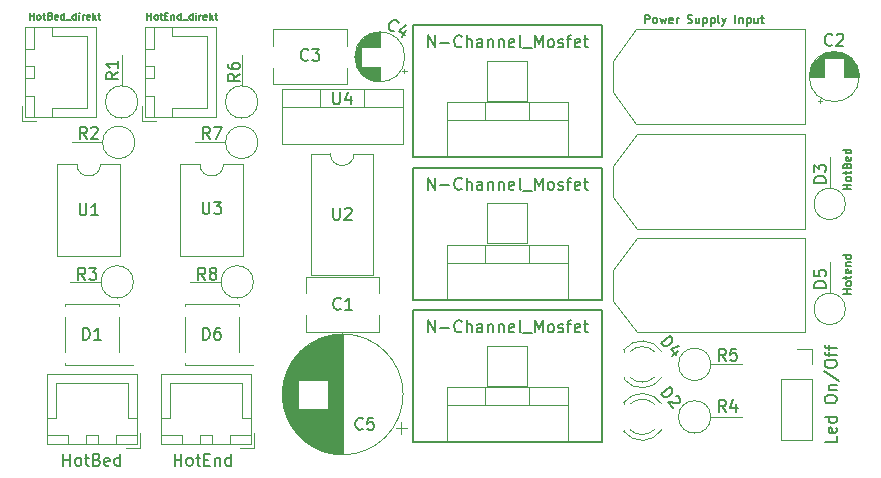
<source format=gbr>
G04 #@! TF.GenerationSoftware,KiCad,Pcbnew,(5.0.0)*
G04 #@! TF.CreationDate,2018-11-11T20:44:08+01:00*
G04 #@! TF.ProjectId,MosfetSchaltung_v2,4D6F73666574536368616C74756E675F,rev?*
G04 #@! TF.SameCoordinates,Original*
G04 #@! TF.FileFunction,Legend,Top*
G04 #@! TF.FilePolarity,Positive*
%FSLAX46Y46*%
G04 Gerber Fmt 4.6, Leading zero omitted, Abs format (unit mm)*
G04 Created by KiCad (PCBNEW (5.0.0)) date 11/11/18 20:44:08*
%MOMM*%
%LPD*%
G01*
G04 APERTURE LIST*
%ADD10C,0.200000*%
%ADD11C,0.120000*%
%ADD12C,0.100000*%
%ADD13C,0.150000*%
G04 APERTURE END LIST*
D10*
X129794000Y-99568000D02*
X129794000Y-110744000D01*
X145796000Y-99568000D02*
X129794000Y-99568000D01*
X145796000Y-110744000D02*
X145796000Y-99568000D01*
X129921000Y-110744000D02*
X145796000Y-110744000D01*
X145796000Y-87503000D02*
X129794000Y-87503000D01*
X145796000Y-98679000D02*
X145796000Y-87503000D01*
X129794000Y-87503000D02*
X129794000Y-98679000D01*
X129921000Y-98679000D02*
X145796000Y-98679000D01*
X145796000Y-75438000D02*
X129794000Y-75438000D01*
X145796000Y-86614000D02*
X145796000Y-75438000D01*
X129921000Y-86614000D02*
X145796000Y-86614000D01*
X129794000Y-75438000D02*
X129794000Y-86614000D01*
D11*
G04 #@! TO.C,J6*
X96691000Y-83495000D02*
X97941000Y-83495000D01*
X96691000Y-82245000D02*
X96691000Y-83495000D01*
X102191000Y-76345000D02*
X102191000Y-79395000D01*
X99241000Y-76345000D02*
X102191000Y-76345000D01*
X99241000Y-75595000D02*
X99241000Y-76345000D01*
X102191000Y-82445000D02*
X102191000Y-79395000D01*
X99241000Y-82445000D02*
X102191000Y-82445000D01*
X99241000Y-83195000D02*
X99241000Y-82445000D01*
X96991000Y-75595000D02*
X96991000Y-77395000D01*
X97741000Y-75595000D02*
X96991000Y-75595000D01*
X97741000Y-77395000D02*
X97741000Y-75595000D01*
X96991000Y-77395000D02*
X97741000Y-77395000D01*
X96991000Y-81395000D02*
X96991000Y-83195000D01*
X97741000Y-81395000D02*
X96991000Y-81395000D01*
X97741000Y-83195000D02*
X97741000Y-81395000D01*
X96991000Y-83195000D02*
X97741000Y-83195000D01*
X96991000Y-78895000D02*
X96991000Y-79895000D01*
X97741000Y-78895000D02*
X96991000Y-78895000D01*
X97741000Y-79895000D02*
X97741000Y-78895000D01*
X96991000Y-79895000D02*
X97741000Y-79895000D01*
X96981000Y-75585000D02*
X96981000Y-83205000D01*
X102951000Y-75585000D02*
X96981000Y-75585000D01*
X102951000Y-83205000D02*
X102951000Y-75585000D01*
X96981000Y-83205000D02*
X102951000Y-83205000D01*
G04 #@! TO.C,D1*
X100316000Y-104000000D02*
X100316000Y-104200000D01*
X100316000Y-104200000D02*
X106116000Y-104200000D01*
X100316000Y-99200000D02*
X100316000Y-99000000D01*
X100316000Y-99000000D02*
X104916000Y-99000000D01*
X104916000Y-99000000D02*
X104916000Y-99200000D01*
X100316000Y-103100000D02*
X100316000Y-100100000D01*
X104916000Y-100100000D02*
X104916000Y-103100000D01*
G04 #@! TO.C,U4*
X118705000Y-80804000D02*
X128945000Y-80804000D01*
X118705000Y-85445000D02*
X128945000Y-85445000D01*
X118705000Y-80804000D02*
X118705000Y-85445000D01*
X128945000Y-80804000D02*
X128945000Y-85445000D01*
X118705000Y-82314000D02*
X128945000Y-82314000D01*
X121975000Y-80804000D02*
X121975000Y-82314000D01*
X125676000Y-80804000D02*
X125676000Y-82314000D01*
G04 #@! TO.C,SW1*
X160976000Y-105410000D02*
X163636000Y-105410000D01*
X160976000Y-105410000D02*
X160976000Y-110550000D01*
X160976000Y-110550000D02*
X163636000Y-110550000D01*
X163636000Y-105410000D02*
X163636000Y-110550000D01*
X163636000Y-102810000D02*
X163636000Y-104140000D01*
X162306000Y-102810000D02*
X163636000Y-102810000D01*
G04 #@! TO.C,Q3*
X139646000Y-106077000D02*
X139646000Y-107587000D01*
X135945000Y-106077000D02*
X135945000Y-107587000D01*
X132675000Y-107587000D02*
X142915000Y-107587000D01*
X142915000Y-106077000D02*
X142915000Y-110718000D01*
X132675000Y-106077000D02*
X132675000Y-110718000D01*
X132675000Y-110718000D02*
X142915000Y-110718000D01*
X132675000Y-106077000D02*
X142915000Y-106077000D01*
G04 #@! TO.C,Q2*
X132675000Y-94012000D02*
X142915000Y-94012000D01*
X132675000Y-98653000D02*
X142915000Y-98653000D01*
X132675000Y-94012000D02*
X132675000Y-98653000D01*
X142915000Y-94012000D02*
X142915000Y-98653000D01*
X132675000Y-95522000D02*
X142915000Y-95522000D01*
X135945000Y-94012000D02*
X135945000Y-95522000D01*
X139646000Y-94012000D02*
X139646000Y-95522000D01*
G04 #@! TO.C,C1*
X120745000Y-98135000D02*
X120745000Y-96739000D01*
X120745000Y-101381000D02*
X120745000Y-99985000D01*
X126985000Y-98135000D02*
X126985000Y-96739000D01*
X126985000Y-101381000D02*
X126985000Y-99985000D01*
X126985000Y-96739000D02*
X120745000Y-96739000D01*
X126985000Y-101381000D02*
X120745000Y-101381000D01*
G04 #@! TO.C,C3*
X117998000Y-75784000D02*
X124238000Y-75784000D01*
X117998000Y-80426000D02*
X124238000Y-80426000D01*
X117998000Y-75784000D02*
X117998000Y-77180000D01*
X117998000Y-79030000D02*
X117998000Y-80426000D01*
X124238000Y-75784000D02*
X124238000Y-77180000D01*
X124238000Y-79030000D02*
X124238000Y-80426000D01*
G04 #@! TO.C,C4*
X129081801Y-79500000D02*
X129081801Y-79100000D01*
X129281801Y-79300000D02*
X128881801Y-79300000D01*
X124931000Y-78475000D02*
X124931000Y-77735000D01*
X124971000Y-78642000D02*
X124971000Y-77568000D01*
X125011000Y-78769000D02*
X125011000Y-77441000D01*
X125051000Y-78873000D02*
X125051000Y-77337000D01*
X125091000Y-78964000D02*
X125091000Y-77246000D01*
X125131000Y-79045000D02*
X125131000Y-77165000D01*
X125171000Y-79118000D02*
X125171000Y-77092000D01*
X125211000Y-79185000D02*
X125211000Y-77025000D01*
X125251000Y-79247000D02*
X125251000Y-76963000D01*
X125291000Y-79305000D02*
X125291000Y-76905000D01*
X125331000Y-79359000D02*
X125331000Y-76851000D01*
X125371000Y-79409000D02*
X125371000Y-76801000D01*
X125411000Y-79456000D02*
X125411000Y-76754000D01*
X125451000Y-77265000D02*
X125451000Y-76709000D01*
X125451000Y-79501000D02*
X125451000Y-78945000D01*
X125491000Y-77265000D02*
X125491000Y-76667000D01*
X125491000Y-79543000D02*
X125491000Y-78945000D01*
X125531000Y-77265000D02*
X125531000Y-76627000D01*
X125531000Y-79583000D02*
X125531000Y-78945000D01*
X125571000Y-77265000D02*
X125571000Y-76589000D01*
X125571000Y-79621000D02*
X125571000Y-78945000D01*
X125611000Y-77265000D02*
X125611000Y-76553000D01*
X125611000Y-79657000D02*
X125611000Y-78945000D01*
X125651000Y-77265000D02*
X125651000Y-76518000D01*
X125651000Y-79692000D02*
X125651000Y-78945000D01*
X125691000Y-77265000D02*
X125691000Y-76486000D01*
X125691000Y-79724000D02*
X125691000Y-78945000D01*
X125731000Y-77265000D02*
X125731000Y-76455000D01*
X125731000Y-79755000D02*
X125731000Y-78945000D01*
X125771000Y-77265000D02*
X125771000Y-76425000D01*
X125771000Y-79785000D02*
X125771000Y-78945000D01*
X125811000Y-77265000D02*
X125811000Y-76397000D01*
X125811000Y-79813000D02*
X125811000Y-78945000D01*
X125851000Y-77265000D02*
X125851000Y-76370000D01*
X125851000Y-79840000D02*
X125851000Y-78945000D01*
X125891000Y-77265000D02*
X125891000Y-76345000D01*
X125891000Y-79865000D02*
X125891000Y-78945000D01*
X125931000Y-77265000D02*
X125931000Y-76320000D01*
X125931000Y-79890000D02*
X125931000Y-78945000D01*
X125971000Y-77265000D02*
X125971000Y-76297000D01*
X125971000Y-79913000D02*
X125971000Y-78945000D01*
X126011000Y-77265000D02*
X126011000Y-76275000D01*
X126011000Y-79935000D02*
X126011000Y-78945000D01*
X126051000Y-77265000D02*
X126051000Y-76254000D01*
X126051000Y-79956000D02*
X126051000Y-78945000D01*
X126091000Y-77265000D02*
X126091000Y-76235000D01*
X126091000Y-79975000D02*
X126091000Y-78945000D01*
X126131000Y-77265000D02*
X126131000Y-76216000D01*
X126131000Y-79994000D02*
X126131000Y-78945000D01*
X126171000Y-77265000D02*
X126171000Y-76198000D01*
X126171000Y-80012000D02*
X126171000Y-78945000D01*
X126211000Y-77265000D02*
X126211000Y-76181000D01*
X126211000Y-80029000D02*
X126211000Y-78945000D01*
X126251000Y-77265000D02*
X126251000Y-76165000D01*
X126251000Y-80045000D02*
X126251000Y-78945000D01*
X126291000Y-77265000D02*
X126291000Y-76151000D01*
X126291000Y-80059000D02*
X126291000Y-78945000D01*
X126332000Y-77265000D02*
X126332000Y-76137000D01*
X126332000Y-80073000D02*
X126332000Y-78945000D01*
X126372000Y-77265000D02*
X126372000Y-76123000D01*
X126372000Y-80087000D02*
X126372000Y-78945000D01*
X126412000Y-77265000D02*
X126412000Y-76111000D01*
X126412000Y-80099000D02*
X126412000Y-78945000D01*
X126452000Y-77265000D02*
X126452000Y-76100000D01*
X126452000Y-80110000D02*
X126452000Y-78945000D01*
X126492000Y-77265000D02*
X126492000Y-76089000D01*
X126492000Y-80121000D02*
X126492000Y-78945000D01*
X126532000Y-77265000D02*
X126532000Y-76080000D01*
X126532000Y-80130000D02*
X126532000Y-78945000D01*
X126572000Y-77265000D02*
X126572000Y-76071000D01*
X126572000Y-80139000D02*
X126572000Y-78945000D01*
X126612000Y-77265000D02*
X126612000Y-76063000D01*
X126612000Y-80147000D02*
X126612000Y-78945000D01*
X126652000Y-77265000D02*
X126652000Y-76055000D01*
X126652000Y-80155000D02*
X126652000Y-78945000D01*
X126692000Y-77265000D02*
X126692000Y-76049000D01*
X126692000Y-80161000D02*
X126692000Y-78945000D01*
X126732000Y-77265000D02*
X126732000Y-76043000D01*
X126732000Y-80167000D02*
X126732000Y-78945000D01*
X126772000Y-77265000D02*
X126772000Y-76038000D01*
X126772000Y-80172000D02*
X126772000Y-78945000D01*
X126812000Y-77265000D02*
X126812000Y-76034000D01*
X126812000Y-80176000D02*
X126812000Y-78945000D01*
X126852000Y-77265000D02*
X126852000Y-76031000D01*
X126852000Y-80179000D02*
X126852000Y-78945000D01*
X126892000Y-77265000D02*
X126892000Y-76028000D01*
X126892000Y-80182000D02*
X126892000Y-78945000D01*
X126932000Y-80184000D02*
X126932000Y-78945000D01*
X126932000Y-77265000D02*
X126932000Y-76026000D01*
X126972000Y-80185000D02*
X126972000Y-78945000D01*
X126972000Y-77265000D02*
X126972000Y-76025000D01*
X127012000Y-80185000D02*
X127012000Y-78945000D01*
X127012000Y-77265000D02*
X127012000Y-76025000D01*
X129132000Y-78105000D02*
G75*
G03X129132000Y-78105000I-2120000J0D01*
G01*
G04 #@! TO.C,C5*
X128985000Y-106680000D02*
G75*
G03X128985000Y-106680000I-5120000J0D01*
G01*
X123865000Y-111760000D02*
X123865000Y-101600000D01*
X123825000Y-111760000D02*
X123825000Y-101600000D01*
X123785000Y-111760000D02*
X123785000Y-101600000D01*
X123745000Y-111759000D02*
X123745000Y-101601000D01*
X123705000Y-111758000D02*
X123705000Y-101602000D01*
X123665000Y-111757000D02*
X123665000Y-101603000D01*
X123625000Y-111755000D02*
X123625000Y-101605000D01*
X123585000Y-111753000D02*
X123585000Y-101607000D01*
X123545000Y-111750000D02*
X123545000Y-101610000D01*
X123505000Y-111748000D02*
X123505000Y-101612000D01*
X123465000Y-111745000D02*
X123465000Y-101615000D01*
X123425000Y-111742000D02*
X123425000Y-101618000D01*
X123385000Y-111738000D02*
X123385000Y-101622000D01*
X123345000Y-111734000D02*
X123345000Y-101626000D01*
X123305000Y-111730000D02*
X123305000Y-101630000D01*
X123265000Y-111725000D02*
X123265000Y-101635000D01*
X123225000Y-111720000D02*
X123225000Y-101640000D01*
X123185000Y-111715000D02*
X123185000Y-101645000D01*
X123144000Y-111710000D02*
X123144000Y-101650000D01*
X123104000Y-111704000D02*
X123104000Y-101656000D01*
X123064000Y-111698000D02*
X123064000Y-101662000D01*
X123024000Y-111691000D02*
X123024000Y-101669000D01*
X122984000Y-111684000D02*
X122984000Y-101676000D01*
X122944000Y-111677000D02*
X122944000Y-101683000D01*
X122904000Y-111670000D02*
X122904000Y-101690000D01*
X122864000Y-111662000D02*
X122864000Y-101698000D01*
X122824000Y-111654000D02*
X122824000Y-101706000D01*
X122784000Y-111645000D02*
X122784000Y-101715000D01*
X122744000Y-111636000D02*
X122744000Y-101724000D01*
X122704000Y-111627000D02*
X122704000Y-101733000D01*
X122664000Y-111618000D02*
X122664000Y-101742000D01*
X122624000Y-111608000D02*
X122624000Y-101752000D01*
X122584000Y-111598000D02*
X122584000Y-107921000D01*
X122584000Y-105439000D02*
X122584000Y-101762000D01*
X122544000Y-111587000D02*
X122544000Y-107921000D01*
X122544000Y-105439000D02*
X122544000Y-101773000D01*
X122504000Y-111577000D02*
X122504000Y-107921000D01*
X122504000Y-105439000D02*
X122504000Y-101783000D01*
X122464000Y-111565000D02*
X122464000Y-107921000D01*
X122464000Y-105439000D02*
X122464000Y-101795000D01*
X122424000Y-111554000D02*
X122424000Y-107921000D01*
X122424000Y-105439000D02*
X122424000Y-101806000D01*
X122384000Y-111542000D02*
X122384000Y-107921000D01*
X122384000Y-105439000D02*
X122384000Y-101818000D01*
X122344000Y-111530000D02*
X122344000Y-107921000D01*
X122344000Y-105439000D02*
X122344000Y-101830000D01*
X122304000Y-111517000D02*
X122304000Y-107921000D01*
X122304000Y-105439000D02*
X122304000Y-101843000D01*
X122264000Y-111504000D02*
X122264000Y-107921000D01*
X122264000Y-105439000D02*
X122264000Y-101856000D01*
X122224000Y-111491000D02*
X122224000Y-107921000D01*
X122224000Y-105439000D02*
X122224000Y-101869000D01*
X122184000Y-111477000D02*
X122184000Y-107921000D01*
X122184000Y-105439000D02*
X122184000Y-101883000D01*
X122144000Y-111463000D02*
X122144000Y-107921000D01*
X122144000Y-105439000D02*
X122144000Y-101897000D01*
X122104000Y-111448000D02*
X122104000Y-107921000D01*
X122104000Y-105439000D02*
X122104000Y-101912000D01*
X122064000Y-111434000D02*
X122064000Y-107921000D01*
X122064000Y-105439000D02*
X122064000Y-101926000D01*
X122024000Y-111418000D02*
X122024000Y-107921000D01*
X122024000Y-105439000D02*
X122024000Y-101942000D01*
X121984000Y-111403000D02*
X121984000Y-107921000D01*
X121984000Y-105439000D02*
X121984000Y-101957000D01*
X121944000Y-111387000D02*
X121944000Y-107921000D01*
X121944000Y-105439000D02*
X121944000Y-101973000D01*
X121904000Y-111370000D02*
X121904000Y-107921000D01*
X121904000Y-105439000D02*
X121904000Y-101990000D01*
X121864000Y-111354000D02*
X121864000Y-107921000D01*
X121864000Y-105439000D02*
X121864000Y-102006000D01*
X121824000Y-111337000D02*
X121824000Y-107921000D01*
X121824000Y-105439000D02*
X121824000Y-102023000D01*
X121784000Y-111319000D02*
X121784000Y-107921000D01*
X121784000Y-105439000D02*
X121784000Y-102041000D01*
X121744000Y-111301000D02*
X121744000Y-107921000D01*
X121744000Y-105439000D02*
X121744000Y-102059000D01*
X121704000Y-111283000D02*
X121704000Y-107921000D01*
X121704000Y-105439000D02*
X121704000Y-102077000D01*
X121664000Y-111264000D02*
X121664000Y-107921000D01*
X121664000Y-105439000D02*
X121664000Y-102096000D01*
X121624000Y-111244000D02*
X121624000Y-107921000D01*
X121624000Y-105439000D02*
X121624000Y-102116000D01*
X121584000Y-111225000D02*
X121584000Y-107921000D01*
X121584000Y-105439000D02*
X121584000Y-102135000D01*
X121544000Y-111205000D02*
X121544000Y-107921000D01*
X121544000Y-105439000D02*
X121544000Y-102155000D01*
X121504000Y-111184000D02*
X121504000Y-107921000D01*
X121504000Y-105439000D02*
X121504000Y-102176000D01*
X121464000Y-111163000D02*
X121464000Y-107921000D01*
X121464000Y-105439000D02*
X121464000Y-102197000D01*
X121424000Y-111142000D02*
X121424000Y-107921000D01*
X121424000Y-105439000D02*
X121424000Y-102218000D01*
X121384000Y-111120000D02*
X121384000Y-107921000D01*
X121384000Y-105439000D02*
X121384000Y-102240000D01*
X121344000Y-111097000D02*
X121344000Y-107921000D01*
X121344000Y-105439000D02*
X121344000Y-102263000D01*
X121304000Y-111075000D02*
X121304000Y-107921000D01*
X121304000Y-105439000D02*
X121304000Y-102285000D01*
X121264000Y-111051000D02*
X121264000Y-107921000D01*
X121264000Y-105439000D02*
X121264000Y-102309000D01*
X121224000Y-111027000D02*
X121224000Y-107921000D01*
X121224000Y-105439000D02*
X121224000Y-102333000D01*
X121184000Y-111003000D02*
X121184000Y-107921000D01*
X121184000Y-105439000D02*
X121184000Y-102357000D01*
X121144000Y-110978000D02*
X121144000Y-107921000D01*
X121144000Y-105439000D02*
X121144000Y-102382000D01*
X121104000Y-110953000D02*
X121104000Y-107921000D01*
X121104000Y-105439000D02*
X121104000Y-102407000D01*
X121064000Y-110927000D02*
X121064000Y-107921000D01*
X121064000Y-105439000D02*
X121064000Y-102433000D01*
X121024000Y-110901000D02*
X121024000Y-107921000D01*
X121024000Y-105439000D02*
X121024000Y-102459000D01*
X120984000Y-110874000D02*
X120984000Y-107921000D01*
X120984000Y-105439000D02*
X120984000Y-102486000D01*
X120944000Y-110846000D02*
X120944000Y-107921000D01*
X120944000Y-105439000D02*
X120944000Y-102514000D01*
X120904000Y-110818000D02*
X120904000Y-107921000D01*
X120904000Y-105439000D02*
X120904000Y-102542000D01*
X120864000Y-110790000D02*
X120864000Y-107921000D01*
X120864000Y-105439000D02*
X120864000Y-102570000D01*
X120824000Y-110760000D02*
X120824000Y-107921000D01*
X120824000Y-105439000D02*
X120824000Y-102600000D01*
X120784000Y-110730000D02*
X120784000Y-107921000D01*
X120784000Y-105439000D02*
X120784000Y-102630000D01*
X120744000Y-110700000D02*
X120744000Y-107921000D01*
X120744000Y-105439000D02*
X120744000Y-102660000D01*
X120704000Y-110669000D02*
X120704000Y-107921000D01*
X120704000Y-105439000D02*
X120704000Y-102691000D01*
X120664000Y-110637000D02*
X120664000Y-107921000D01*
X120664000Y-105439000D02*
X120664000Y-102723000D01*
X120624000Y-110605000D02*
X120624000Y-107921000D01*
X120624000Y-105439000D02*
X120624000Y-102755000D01*
X120584000Y-110572000D02*
X120584000Y-107921000D01*
X120584000Y-105439000D02*
X120584000Y-102788000D01*
X120544000Y-110538000D02*
X120544000Y-107921000D01*
X120544000Y-105439000D02*
X120544000Y-102822000D01*
X120504000Y-110504000D02*
X120504000Y-107921000D01*
X120504000Y-105439000D02*
X120504000Y-102856000D01*
X120464000Y-110469000D02*
X120464000Y-107921000D01*
X120464000Y-105439000D02*
X120464000Y-102891000D01*
X120424000Y-110433000D02*
X120424000Y-107921000D01*
X120424000Y-105439000D02*
X120424000Y-102927000D01*
X120384000Y-110396000D02*
X120384000Y-107921000D01*
X120384000Y-105439000D02*
X120384000Y-102964000D01*
X120344000Y-110359000D02*
X120344000Y-107921000D01*
X120344000Y-105439000D02*
X120344000Y-103001000D01*
X120304000Y-110320000D02*
X120304000Y-107921000D01*
X120304000Y-105439000D02*
X120304000Y-103040000D01*
X120264000Y-110281000D02*
X120264000Y-107921000D01*
X120264000Y-105439000D02*
X120264000Y-103079000D01*
X120224000Y-110241000D02*
X120224000Y-107921000D01*
X120224000Y-105439000D02*
X120224000Y-103119000D01*
X120184000Y-110200000D02*
X120184000Y-107921000D01*
X120184000Y-105439000D02*
X120184000Y-103160000D01*
X120144000Y-110158000D02*
X120144000Y-107921000D01*
X120144000Y-105439000D02*
X120144000Y-103202000D01*
X120104000Y-110116000D02*
X120104000Y-103244000D01*
X120064000Y-110072000D02*
X120064000Y-103288000D01*
X120024000Y-110027000D02*
X120024000Y-103333000D01*
X119984000Y-109981000D02*
X119984000Y-103379000D01*
X119944000Y-109934000D02*
X119944000Y-103426000D01*
X119904000Y-109886000D02*
X119904000Y-103474000D01*
X119864000Y-109836000D02*
X119864000Y-103524000D01*
X119824000Y-109786000D02*
X119824000Y-103574000D01*
X119784000Y-109734000D02*
X119784000Y-103626000D01*
X119744000Y-109680000D02*
X119744000Y-103680000D01*
X119704000Y-109625000D02*
X119704000Y-103735000D01*
X119664000Y-109569000D02*
X119664000Y-103791000D01*
X119624000Y-109510000D02*
X119624000Y-103850000D01*
X119584000Y-109450000D02*
X119584000Y-103910000D01*
X119544000Y-109389000D02*
X119544000Y-103971000D01*
X119504000Y-109325000D02*
X119504000Y-104035000D01*
X119464000Y-109259000D02*
X119464000Y-104101000D01*
X119424000Y-109190000D02*
X119424000Y-104170000D01*
X119384000Y-109119000D02*
X119384000Y-104241000D01*
X119344000Y-109045000D02*
X119344000Y-104315000D01*
X119304000Y-108969000D02*
X119304000Y-104391000D01*
X119264000Y-108889000D02*
X119264000Y-104471000D01*
X119224000Y-108805000D02*
X119224000Y-104555000D01*
X119184000Y-108717000D02*
X119184000Y-104643000D01*
X119144000Y-108624000D02*
X119144000Y-104736000D01*
X119104000Y-108526000D02*
X119104000Y-104834000D01*
X119064000Y-108422000D02*
X119064000Y-104938000D01*
X119024000Y-108310000D02*
X119024000Y-105050000D01*
X118984000Y-108190000D02*
X118984000Y-105170000D01*
X118944000Y-108058000D02*
X118944000Y-105302000D01*
X118904000Y-107910000D02*
X118904000Y-105450000D01*
X118864000Y-107742000D02*
X118864000Y-105618000D01*
X118824000Y-107542000D02*
X118824000Y-105818000D01*
X118784000Y-107279000D02*
X118784000Y-106081000D01*
X129344646Y-109555000D02*
X128344646Y-109555000D01*
X128844646Y-110055000D02*
X128844646Y-109055000D01*
G04 #@! TO.C,D2*
X147665000Y-109665000D02*
X147665000Y-109821000D01*
X147665000Y-107349000D02*
X147665000Y-107505000D01*
X150266130Y-109664837D02*
G75*
G02X148184039Y-109665000I-1041130J1079837D01*
G01*
X150266130Y-107505163D02*
G75*
G03X148184039Y-107505000I-1041130J-1079837D01*
G01*
X150897335Y-109663608D02*
G75*
G02X147665000Y-109820516I-1672335J1078608D01*
G01*
X150897335Y-107506392D02*
G75*
G03X147665000Y-107349484I-1672335J-1078608D01*
G01*
G04 #@! TO.C,D4*
X150897335Y-103061392D02*
G75*
G03X147665000Y-102904484I-1672335J-1078608D01*
G01*
X150897335Y-105218608D02*
G75*
G02X147665000Y-105375516I-1672335J1078608D01*
G01*
X150266130Y-103060163D02*
G75*
G03X148184039Y-103060000I-1041130J-1079837D01*
G01*
X150266130Y-105219837D02*
G75*
G02X148184039Y-105220000I-1041130J1079837D01*
G01*
X147665000Y-102904000D02*
X147665000Y-103060000D01*
X147665000Y-105220000D02*
X147665000Y-105376000D01*
G04 #@! TO.C,D6*
X115076000Y-100100000D02*
X115076000Y-103100000D01*
X110476000Y-103100000D02*
X110476000Y-100100000D01*
X115076000Y-99000000D02*
X115076000Y-99200000D01*
X110476000Y-99000000D02*
X115076000Y-99000000D01*
X110476000Y-99200000D02*
X110476000Y-99000000D01*
X110476000Y-104200000D02*
X116276000Y-104200000D01*
X110476000Y-104000000D02*
X110476000Y-104200000D01*
D12*
G04 #@! TO.C,J1*
X158330000Y-83756000D02*
X163030000Y-83756000D01*
X163030000Y-83756000D02*
X163030000Y-82156000D01*
X158630000Y-75756000D02*
X162830000Y-75756000D01*
X162830000Y-75756000D02*
X162930000Y-75756000D01*
X162930000Y-75756000D02*
X163030000Y-75756000D01*
X163030000Y-75756000D02*
X163030000Y-79756000D01*
X148730000Y-83756000D02*
X146730000Y-81056000D01*
X148730000Y-75756000D02*
X146730000Y-78456000D01*
X146730000Y-79756000D02*
X146730000Y-81006000D01*
X146730000Y-79756000D02*
X146730000Y-78506000D01*
X151130000Y-83756000D02*
X148730000Y-83756000D01*
X154130000Y-83756000D02*
X151130000Y-83756000D01*
X151130000Y-75756000D02*
X148730000Y-75756000D01*
X154230000Y-75756000D02*
X151130000Y-75756000D01*
X146730000Y-79656000D02*
X146730000Y-79956000D01*
X163030000Y-79756000D02*
X163030000Y-82156000D01*
X158630000Y-75756000D02*
X154230000Y-75756000D01*
X158330000Y-83756000D02*
X154130000Y-83756000D01*
D11*
G04 #@! TO.C,J2*
X106446000Y-110918000D02*
X106446000Y-104948000D01*
X106446000Y-104948000D02*
X98826000Y-104948000D01*
X98826000Y-104948000D02*
X98826000Y-110918000D01*
X98826000Y-110918000D02*
X106446000Y-110918000D01*
X103136000Y-110908000D02*
X103136000Y-110158000D01*
X103136000Y-110158000D02*
X102136000Y-110158000D01*
X102136000Y-110158000D02*
X102136000Y-110908000D01*
X102136000Y-110908000D02*
X103136000Y-110908000D01*
X106436000Y-110908000D02*
X106436000Y-110158000D01*
X106436000Y-110158000D02*
X104636000Y-110158000D01*
X104636000Y-110158000D02*
X104636000Y-110908000D01*
X104636000Y-110908000D02*
X106436000Y-110908000D01*
X100636000Y-110908000D02*
X100636000Y-110158000D01*
X100636000Y-110158000D02*
X98836000Y-110158000D01*
X98836000Y-110158000D02*
X98836000Y-110908000D01*
X98836000Y-110908000D02*
X100636000Y-110908000D01*
X106436000Y-108658000D02*
X105686000Y-108658000D01*
X105686000Y-108658000D02*
X105686000Y-105708000D01*
X105686000Y-105708000D02*
X102636000Y-105708000D01*
X98836000Y-108658000D02*
X99586000Y-108658000D01*
X99586000Y-108658000D02*
X99586000Y-105708000D01*
X99586000Y-105708000D02*
X102636000Y-105708000D01*
X105486000Y-111208000D02*
X106736000Y-111208000D01*
X106736000Y-111208000D02*
X106736000Y-109958000D01*
D12*
G04 #@! TO.C,J3*
X158347442Y-92646000D02*
X154147442Y-92646000D01*
X158647442Y-84646000D02*
X154247442Y-84646000D01*
X163047442Y-88646000D02*
X163047442Y-91046000D01*
X146747442Y-88546000D02*
X146747442Y-88846000D01*
X154247442Y-84646000D02*
X151147442Y-84646000D01*
X151147442Y-84646000D02*
X148747442Y-84646000D01*
X154147442Y-92646000D02*
X151147442Y-92646000D01*
X151147442Y-92646000D02*
X148747442Y-92646000D01*
X146747442Y-88646000D02*
X146747442Y-87396000D01*
X146747442Y-88646000D02*
X146747442Y-89896000D01*
X148747442Y-84646000D02*
X146747442Y-87346000D01*
X148747442Y-92646000D02*
X146747442Y-89946000D01*
X163047442Y-84646000D02*
X163047442Y-88646000D01*
X162947442Y-84646000D02*
X163047442Y-84646000D01*
X162847442Y-84646000D02*
X162947442Y-84646000D01*
X158647442Y-84646000D02*
X162847442Y-84646000D01*
X163047442Y-92646000D02*
X163047442Y-91046000D01*
X158347442Y-92646000D02*
X163047442Y-92646000D01*
G04 #@! TO.C,J4*
X158347442Y-101437319D02*
X163047442Y-101437319D01*
X163047442Y-101437319D02*
X163047442Y-99837319D01*
X158647442Y-93437319D02*
X162847442Y-93437319D01*
X162847442Y-93437319D02*
X162947442Y-93437319D01*
X162947442Y-93437319D02*
X163047442Y-93437319D01*
X163047442Y-93437319D02*
X163047442Y-97437319D01*
X148747442Y-101437319D02*
X146747442Y-98737319D01*
X148747442Y-93437319D02*
X146747442Y-96137319D01*
X146747442Y-97437319D02*
X146747442Y-98687319D01*
X146747442Y-97437319D02*
X146747442Y-96187319D01*
X151147442Y-101437319D02*
X148747442Y-101437319D01*
X154147442Y-101437319D02*
X151147442Y-101437319D01*
X151147442Y-93437319D02*
X148747442Y-93437319D01*
X154247442Y-93437319D02*
X151147442Y-93437319D01*
X146747442Y-97337319D02*
X146747442Y-97637319D01*
X163047442Y-97437319D02*
X163047442Y-99837319D01*
X158647442Y-93437319D02*
X154247442Y-93437319D01*
X158347442Y-101437319D02*
X154147442Y-101437319D01*
D11*
G04 #@! TO.C,J5*
X116388000Y-111208000D02*
X116388000Y-109958000D01*
X115138000Y-111208000D02*
X116388000Y-111208000D01*
X109238000Y-105708000D02*
X112288000Y-105708000D01*
X109238000Y-108658000D02*
X109238000Y-105708000D01*
X108488000Y-108658000D02*
X109238000Y-108658000D01*
X115338000Y-105708000D02*
X112288000Y-105708000D01*
X115338000Y-108658000D02*
X115338000Y-105708000D01*
X116088000Y-108658000D02*
X115338000Y-108658000D01*
X108488000Y-110908000D02*
X110288000Y-110908000D01*
X108488000Y-110158000D02*
X108488000Y-110908000D01*
X110288000Y-110158000D02*
X108488000Y-110158000D01*
X110288000Y-110908000D02*
X110288000Y-110158000D01*
X114288000Y-110908000D02*
X116088000Y-110908000D01*
X114288000Y-110158000D02*
X114288000Y-110908000D01*
X116088000Y-110158000D02*
X114288000Y-110158000D01*
X116088000Y-110908000D02*
X116088000Y-110158000D01*
X111788000Y-110908000D02*
X112788000Y-110908000D01*
X111788000Y-110158000D02*
X111788000Y-110908000D01*
X112788000Y-110158000D02*
X111788000Y-110158000D01*
X112788000Y-110908000D02*
X112788000Y-110158000D01*
X108478000Y-110918000D02*
X116098000Y-110918000D01*
X108478000Y-104948000D02*
X108478000Y-110918000D01*
X116098000Y-104948000D02*
X108478000Y-104948000D01*
X116098000Y-110918000D02*
X116098000Y-104948000D01*
G04 #@! TO.C,Q1*
X139646000Y-81947000D02*
X139646000Y-83457000D01*
X135945000Y-81947000D02*
X135945000Y-83457000D01*
X132675000Y-83457000D02*
X142915000Y-83457000D01*
X142915000Y-81947000D02*
X142915000Y-86588000D01*
X132675000Y-81947000D02*
X132675000Y-86588000D01*
X132675000Y-86588000D02*
X142915000Y-86588000D01*
X132675000Y-81947000D02*
X142915000Y-81947000D01*
G04 #@! TO.C,U1*
X105012000Y-87189000D02*
X103362000Y-87189000D01*
X105012000Y-94929000D02*
X105012000Y-87189000D01*
X99712000Y-94929000D02*
X105012000Y-94929000D01*
X99712000Y-87189000D02*
X99712000Y-94929000D01*
X101362000Y-87189000D02*
X99712000Y-87189000D01*
X103362000Y-87189000D02*
G75*
G02X101362000Y-87189000I-1000000J0D01*
G01*
G04 #@! TO.C,U2*
X124825000Y-86300000D02*
G75*
G02X122825000Y-86300000I-1000000J0D01*
G01*
X122825000Y-86300000D02*
X121175000Y-86300000D01*
X121175000Y-86300000D02*
X121175000Y-96580000D01*
X121175000Y-96580000D02*
X126475000Y-96580000D01*
X126475000Y-96580000D02*
X126475000Y-86300000D01*
X126475000Y-86300000D02*
X124825000Y-86300000D01*
G04 #@! TO.C,U3*
X113776000Y-87189000D02*
G75*
G02X111776000Y-87189000I-1000000J0D01*
G01*
X111776000Y-87189000D02*
X110126000Y-87189000D01*
X110126000Y-87189000D02*
X110126000Y-94929000D01*
X110126000Y-94929000D02*
X115426000Y-94929000D01*
X115426000Y-94929000D02*
X115426000Y-87189000D01*
X115426000Y-87189000D02*
X113776000Y-87189000D01*
G04 #@! TO.C,D3*
X166426371Y-90551000D02*
G75*
G03X166426371Y-90551000I-1326371J0D01*
G01*
X165100000Y-89224629D02*
X165100000Y-86571000D01*
G04 #@! TO.C,D5*
X165100000Y-98114629D02*
X165100000Y-95461000D01*
X166426371Y-99441000D02*
G75*
G03X166426371Y-99441000I-1326371J0D01*
G01*
G04 #@! TO.C,R1*
X105156000Y-80545000D02*
X105156000Y-77935000D01*
X106526000Y-81915000D02*
G75*
G03X106526000Y-81915000I-1370000J0D01*
G01*
G04 #@! TO.C,R2*
X106272000Y-85344000D02*
G75*
G03X106272000Y-85344000I-1370000J0D01*
G01*
X103532000Y-85344000D02*
X100922000Y-85344000D01*
G04 #@! TO.C,R3*
X103405000Y-97155000D02*
X100795000Y-97155000D01*
X106145000Y-97155000D02*
G75*
G03X106145000Y-97155000I-1370000J0D01*
G01*
G04 #@! TO.C,R4*
X155040000Y-108585000D02*
G75*
G03X155040000Y-108585000I-1370000J0D01*
G01*
X155040000Y-108585000D02*
X157650000Y-108585000D01*
G04 #@! TO.C,R5*
X155040000Y-104140000D02*
X157650000Y-104140000D01*
X155040000Y-104140000D02*
G75*
G03X155040000Y-104140000I-1370000J0D01*
G01*
G04 #@! TO.C,R6*
X116686000Y-81915000D02*
G75*
G03X116686000Y-81915000I-1370000J0D01*
G01*
X115316000Y-80545000D02*
X115316000Y-77935000D01*
G04 #@! TO.C,R7*
X113946000Y-85344000D02*
X111336000Y-85344000D01*
X116686000Y-85344000D02*
G75*
G03X116686000Y-85344000I-1370000J0D01*
G01*
G04 #@! TO.C,R8*
X116305000Y-97155000D02*
G75*
G03X116305000Y-97155000I-1370000J0D01*
G01*
X113565000Y-97155000D02*
X110955000Y-97155000D01*
G04 #@! TO.C,J7*
X107141000Y-83205000D02*
X113111000Y-83205000D01*
X113111000Y-83205000D02*
X113111000Y-75585000D01*
X113111000Y-75585000D02*
X107141000Y-75585000D01*
X107141000Y-75585000D02*
X107141000Y-83205000D01*
X107151000Y-79895000D02*
X107901000Y-79895000D01*
X107901000Y-79895000D02*
X107901000Y-78895000D01*
X107901000Y-78895000D02*
X107151000Y-78895000D01*
X107151000Y-78895000D02*
X107151000Y-79895000D01*
X107151000Y-83195000D02*
X107901000Y-83195000D01*
X107901000Y-83195000D02*
X107901000Y-81395000D01*
X107901000Y-81395000D02*
X107151000Y-81395000D01*
X107151000Y-81395000D02*
X107151000Y-83195000D01*
X107151000Y-77395000D02*
X107901000Y-77395000D01*
X107901000Y-77395000D02*
X107901000Y-75595000D01*
X107901000Y-75595000D02*
X107151000Y-75595000D01*
X107151000Y-75595000D02*
X107151000Y-77395000D01*
X109401000Y-83195000D02*
X109401000Y-82445000D01*
X109401000Y-82445000D02*
X112351000Y-82445000D01*
X112351000Y-82445000D02*
X112351000Y-79395000D01*
X109401000Y-75595000D02*
X109401000Y-76345000D01*
X109401000Y-76345000D02*
X112351000Y-76345000D01*
X112351000Y-76345000D02*
X112351000Y-79395000D01*
X106851000Y-82245000D02*
X106851000Y-83495000D01*
X106851000Y-83495000D02*
X108101000Y-83495000D01*
G04 #@! TO.C,C2*
X167601000Y-79768000D02*
G75*
G03X167601000Y-79768000I-2120000J0D01*
G01*
X166321000Y-79768000D02*
X167561000Y-79768000D01*
X163401000Y-79768000D02*
X164641000Y-79768000D01*
X166321000Y-79728000D02*
X167561000Y-79728000D01*
X163401000Y-79728000D02*
X164641000Y-79728000D01*
X166321000Y-79688000D02*
X167560000Y-79688000D01*
X163402000Y-79688000D02*
X164641000Y-79688000D01*
X163404000Y-79648000D02*
X164641000Y-79648000D01*
X166321000Y-79648000D02*
X167558000Y-79648000D01*
X163407000Y-79608000D02*
X164641000Y-79608000D01*
X166321000Y-79608000D02*
X167555000Y-79608000D01*
X163410000Y-79568000D02*
X164641000Y-79568000D01*
X166321000Y-79568000D02*
X167552000Y-79568000D01*
X163414000Y-79528000D02*
X164641000Y-79528000D01*
X166321000Y-79528000D02*
X167548000Y-79528000D01*
X163419000Y-79488000D02*
X164641000Y-79488000D01*
X166321000Y-79488000D02*
X167543000Y-79488000D01*
X163425000Y-79448000D02*
X164641000Y-79448000D01*
X166321000Y-79448000D02*
X167537000Y-79448000D01*
X163431000Y-79408000D02*
X164641000Y-79408000D01*
X166321000Y-79408000D02*
X167531000Y-79408000D01*
X163439000Y-79368000D02*
X164641000Y-79368000D01*
X166321000Y-79368000D02*
X167523000Y-79368000D01*
X163447000Y-79328000D02*
X164641000Y-79328000D01*
X166321000Y-79328000D02*
X167515000Y-79328000D01*
X163456000Y-79288000D02*
X164641000Y-79288000D01*
X166321000Y-79288000D02*
X167506000Y-79288000D01*
X163465000Y-79248000D02*
X164641000Y-79248000D01*
X166321000Y-79248000D02*
X167497000Y-79248000D01*
X163476000Y-79208000D02*
X164641000Y-79208000D01*
X166321000Y-79208000D02*
X167486000Y-79208000D01*
X163487000Y-79168000D02*
X164641000Y-79168000D01*
X166321000Y-79168000D02*
X167475000Y-79168000D01*
X163499000Y-79128000D02*
X164641000Y-79128000D01*
X166321000Y-79128000D02*
X167463000Y-79128000D01*
X163513000Y-79088000D02*
X164641000Y-79088000D01*
X166321000Y-79088000D02*
X167449000Y-79088000D01*
X163527000Y-79047000D02*
X164641000Y-79047000D01*
X166321000Y-79047000D02*
X167435000Y-79047000D01*
X163541000Y-79007000D02*
X164641000Y-79007000D01*
X166321000Y-79007000D02*
X167421000Y-79007000D01*
X163557000Y-78967000D02*
X164641000Y-78967000D01*
X166321000Y-78967000D02*
X167405000Y-78967000D01*
X163574000Y-78927000D02*
X164641000Y-78927000D01*
X166321000Y-78927000D02*
X167388000Y-78927000D01*
X163592000Y-78887000D02*
X164641000Y-78887000D01*
X166321000Y-78887000D02*
X167370000Y-78887000D01*
X163611000Y-78847000D02*
X164641000Y-78847000D01*
X166321000Y-78847000D02*
X167351000Y-78847000D01*
X163630000Y-78807000D02*
X164641000Y-78807000D01*
X166321000Y-78807000D02*
X167332000Y-78807000D01*
X163651000Y-78767000D02*
X164641000Y-78767000D01*
X166321000Y-78767000D02*
X167311000Y-78767000D01*
X163673000Y-78727000D02*
X164641000Y-78727000D01*
X166321000Y-78727000D02*
X167289000Y-78727000D01*
X163696000Y-78687000D02*
X164641000Y-78687000D01*
X166321000Y-78687000D02*
X167266000Y-78687000D01*
X163721000Y-78647000D02*
X164641000Y-78647000D01*
X166321000Y-78647000D02*
X167241000Y-78647000D01*
X163746000Y-78607000D02*
X164641000Y-78607000D01*
X166321000Y-78607000D02*
X167216000Y-78607000D01*
X163773000Y-78567000D02*
X164641000Y-78567000D01*
X166321000Y-78567000D02*
X167189000Y-78567000D01*
X163801000Y-78527000D02*
X164641000Y-78527000D01*
X166321000Y-78527000D02*
X167161000Y-78527000D01*
X163831000Y-78487000D02*
X164641000Y-78487000D01*
X166321000Y-78487000D02*
X167131000Y-78487000D01*
X163862000Y-78447000D02*
X164641000Y-78447000D01*
X166321000Y-78447000D02*
X167100000Y-78447000D01*
X163894000Y-78407000D02*
X164641000Y-78407000D01*
X166321000Y-78407000D02*
X167068000Y-78407000D01*
X163929000Y-78367000D02*
X164641000Y-78367000D01*
X166321000Y-78367000D02*
X167033000Y-78367000D01*
X163965000Y-78327000D02*
X164641000Y-78327000D01*
X166321000Y-78327000D02*
X166997000Y-78327000D01*
X164003000Y-78287000D02*
X164641000Y-78287000D01*
X166321000Y-78287000D02*
X166959000Y-78287000D01*
X164043000Y-78247000D02*
X164641000Y-78247000D01*
X166321000Y-78247000D02*
X166919000Y-78247000D01*
X164085000Y-78207000D02*
X164641000Y-78207000D01*
X166321000Y-78207000D02*
X166877000Y-78207000D01*
X164130000Y-78167000D02*
X166832000Y-78167000D01*
X164177000Y-78127000D02*
X166785000Y-78127000D01*
X164227000Y-78087000D02*
X166735000Y-78087000D01*
X164281000Y-78047000D02*
X166681000Y-78047000D01*
X164339000Y-78007000D02*
X166623000Y-78007000D01*
X164401000Y-77967000D02*
X166561000Y-77967000D01*
X164468000Y-77927000D02*
X166494000Y-77927000D01*
X164541000Y-77887000D02*
X166421000Y-77887000D01*
X164622000Y-77847000D02*
X166340000Y-77847000D01*
X164713000Y-77807000D02*
X166249000Y-77807000D01*
X164817000Y-77767000D02*
X166145000Y-77767000D01*
X164944000Y-77727000D02*
X166018000Y-77727000D01*
X165111000Y-77687000D02*
X165851000Y-77687000D01*
X164286000Y-82037801D02*
X164286000Y-81637801D01*
X164086000Y-81837801D02*
X164486000Y-81837801D01*
G04 #@! TO.C,TP1*
X136095000Y-81837000D02*
X136095000Y-78437000D01*
X139495000Y-81837000D02*
X136095000Y-81837000D01*
X139495000Y-78437000D02*
X139495000Y-81837000D01*
X136095000Y-78437000D02*
X139495000Y-78437000D01*
G04 #@! TO.C,TP2*
X136095000Y-90502000D02*
X139495000Y-90502000D01*
X139495000Y-90502000D02*
X139495000Y-93902000D01*
X139495000Y-93902000D02*
X136095000Y-93902000D01*
X136095000Y-93902000D02*
X136095000Y-90502000D01*
G04 #@! TO.C,TP3*
X136095000Y-102567000D02*
X139495000Y-102567000D01*
X139495000Y-102567000D02*
X139495000Y-105967000D01*
X139495000Y-105967000D02*
X136095000Y-105967000D01*
X136095000Y-105967000D02*
X136095000Y-102567000D01*
G04 #@! TO.C,J6*
D13*
X97387142Y-74947428D02*
X97387142Y-74347428D01*
X97387142Y-74633142D02*
X97730000Y-74633142D01*
X97730000Y-74947428D02*
X97730000Y-74347428D01*
X98101428Y-74947428D02*
X98044285Y-74918857D01*
X98015714Y-74890285D01*
X97987142Y-74833142D01*
X97987142Y-74661714D01*
X98015714Y-74604571D01*
X98044285Y-74576000D01*
X98101428Y-74547428D01*
X98187142Y-74547428D01*
X98244285Y-74576000D01*
X98272857Y-74604571D01*
X98301428Y-74661714D01*
X98301428Y-74833142D01*
X98272857Y-74890285D01*
X98244285Y-74918857D01*
X98187142Y-74947428D01*
X98101428Y-74947428D01*
X98472857Y-74547428D02*
X98701428Y-74547428D01*
X98558571Y-74347428D02*
X98558571Y-74861714D01*
X98587142Y-74918857D01*
X98644285Y-74947428D01*
X98701428Y-74947428D01*
X99101428Y-74633142D02*
X99187142Y-74661714D01*
X99215714Y-74690285D01*
X99244285Y-74747428D01*
X99244285Y-74833142D01*
X99215714Y-74890285D01*
X99187142Y-74918857D01*
X99130000Y-74947428D01*
X98901428Y-74947428D01*
X98901428Y-74347428D01*
X99101428Y-74347428D01*
X99158571Y-74376000D01*
X99187142Y-74404571D01*
X99215714Y-74461714D01*
X99215714Y-74518857D01*
X99187142Y-74576000D01*
X99158571Y-74604571D01*
X99101428Y-74633142D01*
X98901428Y-74633142D01*
X99730000Y-74918857D02*
X99672857Y-74947428D01*
X99558571Y-74947428D01*
X99501428Y-74918857D01*
X99472857Y-74861714D01*
X99472857Y-74633142D01*
X99501428Y-74576000D01*
X99558571Y-74547428D01*
X99672857Y-74547428D01*
X99730000Y-74576000D01*
X99758571Y-74633142D01*
X99758571Y-74690285D01*
X99472857Y-74747428D01*
X100272857Y-74947428D02*
X100272857Y-74347428D01*
X100272857Y-74918857D02*
X100215714Y-74947428D01*
X100101428Y-74947428D01*
X100044285Y-74918857D01*
X100015714Y-74890285D01*
X99987142Y-74833142D01*
X99987142Y-74661714D01*
X100015714Y-74604571D01*
X100044285Y-74576000D01*
X100101428Y-74547428D01*
X100215714Y-74547428D01*
X100272857Y-74576000D01*
X100415714Y-75004571D02*
X100872857Y-75004571D01*
X101272857Y-74947428D02*
X101272857Y-74347428D01*
X101272857Y-74918857D02*
X101215714Y-74947428D01*
X101101428Y-74947428D01*
X101044285Y-74918857D01*
X101015714Y-74890285D01*
X100987142Y-74833142D01*
X100987142Y-74661714D01*
X101015714Y-74604571D01*
X101044285Y-74576000D01*
X101101428Y-74547428D01*
X101215714Y-74547428D01*
X101272857Y-74576000D01*
X101558571Y-74947428D02*
X101558571Y-74547428D01*
X101558571Y-74347428D02*
X101530000Y-74376000D01*
X101558571Y-74404571D01*
X101587142Y-74376000D01*
X101558571Y-74347428D01*
X101558571Y-74404571D01*
X101844285Y-74947428D02*
X101844285Y-74547428D01*
X101844285Y-74661714D02*
X101872857Y-74604571D01*
X101901428Y-74576000D01*
X101958571Y-74547428D01*
X102015714Y-74547428D01*
X102444285Y-74918857D02*
X102387142Y-74947428D01*
X102272857Y-74947428D01*
X102215714Y-74918857D01*
X102187142Y-74861714D01*
X102187142Y-74633142D01*
X102215714Y-74576000D01*
X102272857Y-74547428D01*
X102387142Y-74547428D01*
X102444285Y-74576000D01*
X102472857Y-74633142D01*
X102472857Y-74690285D01*
X102187142Y-74747428D01*
X102730000Y-74947428D02*
X102730000Y-74347428D01*
X102787142Y-74718857D02*
X102958571Y-74947428D01*
X102958571Y-74547428D02*
X102730000Y-74776000D01*
X103130000Y-74547428D02*
X103358571Y-74547428D01*
X103215714Y-74347428D02*
X103215714Y-74861714D01*
X103244285Y-74918857D01*
X103301428Y-74947428D01*
X103358571Y-74947428D01*
G04 #@! TO.C,D1*
X101877904Y-102052380D02*
X101877904Y-101052380D01*
X102116000Y-101052380D01*
X102258857Y-101100000D01*
X102354095Y-101195238D01*
X102401714Y-101290476D01*
X102449333Y-101480952D01*
X102449333Y-101623809D01*
X102401714Y-101814285D01*
X102354095Y-101909523D01*
X102258857Y-102004761D01*
X102116000Y-102052380D01*
X101877904Y-102052380D01*
X103401714Y-102052380D02*
X102830285Y-102052380D01*
X103116000Y-102052380D02*
X103116000Y-101052380D01*
X103020761Y-101195238D01*
X102925523Y-101290476D01*
X102830285Y-101338095D01*
G04 #@! TO.C,U4*
X123063095Y-81113380D02*
X123063095Y-81922904D01*
X123110714Y-82018142D01*
X123158333Y-82065761D01*
X123253571Y-82113380D01*
X123444047Y-82113380D01*
X123539285Y-82065761D01*
X123586904Y-82018142D01*
X123634523Y-81922904D01*
X123634523Y-81113380D01*
X124539285Y-81446714D02*
X124539285Y-82113380D01*
X124301190Y-81065761D02*
X124063095Y-81780047D01*
X124682142Y-81780047D01*
G04 #@! TO.C,SW1*
X165679380Y-110227619D02*
X165679380Y-110703809D01*
X164679380Y-110703809D01*
X165631761Y-109513333D02*
X165679380Y-109608571D01*
X165679380Y-109799047D01*
X165631761Y-109894285D01*
X165536523Y-109941904D01*
X165155571Y-109941904D01*
X165060333Y-109894285D01*
X165012714Y-109799047D01*
X165012714Y-109608571D01*
X165060333Y-109513333D01*
X165155571Y-109465714D01*
X165250809Y-109465714D01*
X165346047Y-109941904D01*
X165679380Y-108608571D02*
X164679380Y-108608571D01*
X165631761Y-108608571D02*
X165679380Y-108703809D01*
X165679380Y-108894285D01*
X165631761Y-108989523D01*
X165584142Y-109037142D01*
X165488904Y-109084761D01*
X165203190Y-109084761D01*
X165107952Y-109037142D01*
X165060333Y-108989523D01*
X165012714Y-108894285D01*
X165012714Y-108703809D01*
X165060333Y-108608571D01*
X164679380Y-107180000D02*
X164679380Y-106989523D01*
X164727000Y-106894285D01*
X164822238Y-106799047D01*
X165012714Y-106751428D01*
X165346047Y-106751428D01*
X165536523Y-106799047D01*
X165631761Y-106894285D01*
X165679380Y-106989523D01*
X165679380Y-107180000D01*
X165631761Y-107275238D01*
X165536523Y-107370476D01*
X165346047Y-107418095D01*
X165012714Y-107418095D01*
X164822238Y-107370476D01*
X164727000Y-107275238D01*
X164679380Y-107180000D01*
X165012714Y-106322857D02*
X165679380Y-106322857D01*
X165107952Y-106322857D02*
X165060333Y-106275238D01*
X165012714Y-106180000D01*
X165012714Y-106037142D01*
X165060333Y-105941904D01*
X165155571Y-105894285D01*
X165679380Y-105894285D01*
X164631761Y-104703809D02*
X165917476Y-105560952D01*
X164679380Y-104180000D02*
X164679380Y-103989523D01*
X164727000Y-103894285D01*
X164822238Y-103799047D01*
X165012714Y-103751428D01*
X165346047Y-103751428D01*
X165536523Y-103799047D01*
X165631761Y-103894285D01*
X165679380Y-103989523D01*
X165679380Y-104180000D01*
X165631761Y-104275238D01*
X165536523Y-104370476D01*
X165346047Y-104418095D01*
X165012714Y-104418095D01*
X164822238Y-104370476D01*
X164727000Y-104275238D01*
X164679380Y-104180000D01*
X165012714Y-103465714D02*
X165012714Y-103084761D01*
X165679380Y-103322857D02*
X164822238Y-103322857D01*
X164727000Y-103275238D01*
X164679380Y-103180000D01*
X164679380Y-103084761D01*
X165012714Y-102894285D02*
X165012714Y-102513333D01*
X165679380Y-102751428D02*
X164822238Y-102751428D01*
X164727000Y-102703809D01*
X164679380Y-102608571D01*
X164679380Y-102513333D01*
G04 #@! TO.C,Q3*
X131080714Y-101417380D02*
X131080714Y-100417380D01*
X131652142Y-101417380D01*
X131652142Y-100417380D01*
X132128333Y-101036428D02*
X132890238Y-101036428D01*
X133937857Y-101322142D02*
X133890238Y-101369761D01*
X133747380Y-101417380D01*
X133652142Y-101417380D01*
X133509285Y-101369761D01*
X133414047Y-101274523D01*
X133366428Y-101179285D01*
X133318809Y-100988809D01*
X133318809Y-100845952D01*
X133366428Y-100655476D01*
X133414047Y-100560238D01*
X133509285Y-100465000D01*
X133652142Y-100417380D01*
X133747380Y-100417380D01*
X133890238Y-100465000D01*
X133937857Y-100512619D01*
X134366428Y-101417380D02*
X134366428Y-100417380D01*
X134795000Y-101417380D02*
X134795000Y-100893571D01*
X134747380Y-100798333D01*
X134652142Y-100750714D01*
X134509285Y-100750714D01*
X134414047Y-100798333D01*
X134366428Y-100845952D01*
X135699761Y-101417380D02*
X135699761Y-100893571D01*
X135652142Y-100798333D01*
X135556904Y-100750714D01*
X135366428Y-100750714D01*
X135271190Y-100798333D01*
X135699761Y-101369761D02*
X135604523Y-101417380D01*
X135366428Y-101417380D01*
X135271190Y-101369761D01*
X135223571Y-101274523D01*
X135223571Y-101179285D01*
X135271190Y-101084047D01*
X135366428Y-101036428D01*
X135604523Y-101036428D01*
X135699761Y-100988809D01*
X136175952Y-100750714D02*
X136175952Y-101417380D01*
X136175952Y-100845952D02*
X136223571Y-100798333D01*
X136318809Y-100750714D01*
X136461666Y-100750714D01*
X136556904Y-100798333D01*
X136604523Y-100893571D01*
X136604523Y-101417380D01*
X137080714Y-100750714D02*
X137080714Y-101417380D01*
X137080714Y-100845952D02*
X137128333Y-100798333D01*
X137223571Y-100750714D01*
X137366428Y-100750714D01*
X137461666Y-100798333D01*
X137509285Y-100893571D01*
X137509285Y-101417380D01*
X138366428Y-101369761D02*
X138271190Y-101417380D01*
X138080714Y-101417380D01*
X137985476Y-101369761D01*
X137937857Y-101274523D01*
X137937857Y-100893571D01*
X137985476Y-100798333D01*
X138080714Y-100750714D01*
X138271190Y-100750714D01*
X138366428Y-100798333D01*
X138414047Y-100893571D01*
X138414047Y-100988809D01*
X137937857Y-101084047D01*
X138985476Y-101417380D02*
X138890238Y-101369761D01*
X138842619Y-101274523D01*
X138842619Y-100417380D01*
X139128333Y-101512619D02*
X139890238Y-101512619D01*
X140128333Y-101417380D02*
X140128333Y-100417380D01*
X140461666Y-101131666D01*
X140795000Y-100417380D01*
X140795000Y-101417380D01*
X141414047Y-101417380D02*
X141318809Y-101369761D01*
X141271190Y-101322142D01*
X141223571Y-101226904D01*
X141223571Y-100941190D01*
X141271190Y-100845952D01*
X141318809Y-100798333D01*
X141414047Y-100750714D01*
X141556904Y-100750714D01*
X141652142Y-100798333D01*
X141699761Y-100845952D01*
X141747380Y-100941190D01*
X141747380Y-101226904D01*
X141699761Y-101322142D01*
X141652142Y-101369761D01*
X141556904Y-101417380D01*
X141414047Y-101417380D01*
X142128333Y-101369761D02*
X142223571Y-101417380D01*
X142414047Y-101417380D01*
X142509285Y-101369761D01*
X142556904Y-101274523D01*
X142556904Y-101226904D01*
X142509285Y-101131666D01*
X142414047Y-101084047D01*
X142271190Y-101084047D01*
X142175952Y-101036428D01*
X142128333Y-100941190D01*
X142128333Y-100893571D01*
X142175952Y-100798333D01*
X142271190Y-100750714D01*
X142414047Y-100750714D01*
X142509285Y-100798333D01*
X142842619Y-100750714D02*
X143223571Y-100750714D01*
X142985476Y-101417380D02*
X142985476Y-100560238D01*
X143033095Y-100465000D01*
X143128333Y-100417380D01*
X143223571Y-100417380D01*
X143937857Y-101369761D02*
X143842619Y-101417380D01*
X143652142Y-101417380D01*
X143556904Y-101369761D01*
X143509285Y-101274523D01*
X143509285Y-100893571D01*
X143556904Y-100798333D01*
X143652142Y-100750714D01*
X143842619Y-100750714D01*
X143937857Y-100798333D01*
X143985476Y-100893571D01*
X143985476Y-100988809D01*
X143509285Y-101084047D01*
X144271190Y-100750714D02*
X144652142Y-100750714D01*
X144414047Y-100417380D02*
X144414047Y-101274523D01*
X144461666Y-101369761D01*
X144556904Y-101417380D01*
X144652142Y-101417380D01*
G04 #@! TO.C,Q2*
X131080714Y-89352380D02*
X131080714Y-88352380D01*
X131652142Y-89352380D01*
X131652142Y-88352380D01*
X132128333Y-88971428D02*
X132890238Y-88971428D01*
X133937857Y-89257142D02*
X133890238Y-89304761D01*
X133747380Y-89352380D01*
X133652142Y-89352380D01*
X133509285Y-89304761D01*
X133414047Y-89209523D01*
X133366428Y-89114285D01*
X133318809Y-88923809D01*
X133318809Y-88780952D01*
X133366428Y-88590476D01*
X133414047Y-88495238D01*
X133509285Y-88400000D01*
X133652142Y-88352380D01*
X133747380Y-88352380D01*
X133890238Y-88400000D01*
X133937857Y-88447619D01*
X134366428Y-89352380D02*
X134366428Y-88352380D01*
X134795000Y-89352380D02*
X134795000Y-88828571D01*
X134747380Y-88733333D01*
X134652142Y-88685714D01*
X134509285Y-88685714D01*
X134414047Y-88733333D01*
X134366428Y-88780952D01*
X135699761Y-89352380D02*
X135699761Y-88828571D01*
X135652142Y-88733333D01*
X135556904Y-88685714D01*
X135366428Y-88685714D01*
X135271190Y-88733333D01*
X135699761Y-89304761D02*
X135604523Y-89352380D01*
X135366428Y-89352380D01*
X135271190Y-89304761D01*
X135223571Y-89209523D01*
X135223571Y-89114285D01*
X135271190Y-89019047D01*
X135366428Y-88971428D01*
X135604523Y-88971428D01*
X135699761Y-88923809D01*
X136175952Y-88685714D02*
X136175952Y-89352380D01*
X136175952Y-88780952D02*
X136223571Y-88733333D01*
X136318809Y-88685714D01*
X136461666Y-88685714D01*
X136556904Y-88733333D01*
X136604523Y-88828571D01*
X136604523Y-89352380D01*
X137080714Y-88685714D02*
X137080714Y-89352380D01*
X137080714Y-88780952D02*
X137128333Y-88733333D01*
X137223571Y-88685714D01*
X137366428Y-88685714D01*
X137461666Y-88733333D01*
X137509285Y-88828571D01*
X137509285Y-89352380D01*
X138366428Y-89304761D02*
X138271190Y-89352380D01*
X138080714Y-89352380D01*
X137985476Y-89304761D01*
X137937857Y-89209523D01*
X137937857Y-88828571D01*
X137985476Y-88733333D01*
X138080714Y-88685714D01*
X138271190Y-88685714D01*
X138366428Y-88733333D01*
X138414047Y-88828571D01*
X138414047Y-88923809D01*
X137937857Y-89019047D01*
X138985476Y-89352380D02*
X138890238Y-89304761D01*
X138842619Y-89209523D01*
X138842619Y-88352380D01*
X139128333Y-89447619D02*
X139890238Y-89447619D01*
X140128333Y-89352380D02*
X140128333Y-88352380D01*
X140461666Y-89066666D01*
X140795000Y-88352380D01*
X140795000Y-89352380D01*
X141414047Y-89352380D02*
X141318809Y-89304761D01*
X141271190Y-89257142D01*
X141223571Y-89161904D01*
X141223571Y-88876190D01*
X141271190Y-88780952D01*
X141318809Y-88733333D01*
X141414047Y-88685714D01*
X141556904Y-88685714D01*
X141652142Y-88733333D01*
X141699761Y-88780952D01*
X141747380Y-88876190D01*
X141747380Y-89161904D01*
X141699761Y-89257142D01*
X141652142Y-89304761D01*
X141556904Y-89352380D01*
X141414047Y-89352380D01*
X142128333Y-89304761D02*
X142223571Y-89352380D01*
X142414047Y-89352380D01*
X142509285Y-89304761D01*
X142556904Y-89209523D01*
X142556904Y-89161904D01*
X142509285Y-89066666D01*
X142414047Y-89019047D01*
X142271190Y-89019047D01*
X142175952Y-88971428D01*
X142128333Y-88876190D01*
X142128333Y-88828571D01*
X142175952Y-88733333D01*
X142271190Y-88685714D01*
X142414047Y-88685714D01*
X142509285Y-88733333D01*
X142842619Y-88685714D02*
X143223571Y-88685714D01*
X142985476Y-89352380D02*
X142985476Y-88495238D01*
X143033095Y-88400000D01*
X143128333Y-88352380D01*
X143223571Y-88352380D01*
X143937857Y-89304761D02*
X143842619Y-89352380D01*
X143652142Y-89352380D01*
X143556904Y-89304761D01*
X143509285Y-89209523D01*
X143509285Y-88828571D01*
X143556904Y-88733333D01*
X143652142Y-88685714D01*
X143842619Y-88685714D01*
X143937857Y-88733333D01*
X143985476Y-88828571D01*
X143985476Y-88923809D01*
X143509285Y-89019047D01*
X144271190Y-88685714D02*
X144652142Y-88685714D01*
X144414047Y-88352380D02*
X144414047Y-89209523D01*
X144461666Y-89304761D01*
X144556904Y-89352380D01*
X144652142Y-89352380D01*
G04 #@! TO.C,C1*
X123698333Y-99417142D02*
X123650714Y-99464761D01*
X123507857Y-99512380D01*
X123412619Y-99512380D01*
X123269761Y-99464761D01*
X123174523Y-99369523D01*
X123126904Y-99274285D01*
X123079285Y-99083809D01*
X123079285Y-98940952D01*
X123126904Y-98750476D01*
X123174523Y-98655238D01*
X123269761Y-98560000D01*
X123412619Y-98512380D01*
X123507857Y-98512380D01*
X123650714Y-98560000D01*
X123698333Y-98607619D01*
X124650714Y-99512380D02*
X124079285Y-99512380D01*
X124365000Y-99512380D02*
X124365000Y-98512380D01*
X124269761Y-98655238D01*
X124174523Y-98750476D01*
X124079285Y-98798095D01*
G04 #@! TO.C,C3*
X120951333Y-78335142D02*
X120903714Y-78382761D01*
X120760857Y-78430380D01*
X120665619Y-78430380D01*
X120522761Y-78382761D01*
X120427523Y-78287523D01*
X120379904Y-78192285D01*
X120332285Y-78001809D01*
X120332285Y-77858952D01*
X120379904Y-77668476D01*
X120427523Y-77573238D01*
X120522761Y-77478000D01*
X120665619Y-77430380D01*
X120760857Y-77430380D01*
X120903714Y-77478000D01*
X120951333Y-77525619D01*
X121284666Y-77430380D02*
X121903714Y-77430380D01*
X121570380Y-77811333D01*
X121713238Y-77811333D01*
X121808476Y-77858952D01*
X121856095Y-77906571D01*
X121903714Y-78001809D01*
X121903714Y-78239904D01*
X121856095Y-78335142D01*
X121808476Y-78382761D01*
X121713238Y-78430380D01*
X121427523Y-78430380D01*
X121332285Y-78382761D01*
X121284666Y-78335142D01*
G04 #@! TO.C,C4*
X128201091Y-75917961D02*
X128136042Y-75935391D01*
X127988514Y-75905201D01*
X127906036Y-75857582D01*
X127806127Y-75744915D01*
X127771268Y-75614817D01*
X127777647Y-75508529D01*
X127831646Y-75319762D01*
X127903075Y-75196044D01*
X128039552Y-75054896D01*
X128128411Y-74996227D01*
X128258508Y-74961368D01*
X128406036Y-74991557D01*
X128488514Y-75039176D01*
X128588423Y-75151844D01*
X128605852Y-75216893D01*
X129229112Y-75851661D02*
X128895779Y-76429011D01*
X129213392Y-75402699D02*
X128650053Y-75902241D01*
X129186164Y-76211764D01*
G04 #@! TO.C,C5*
X125563333Y-109577142D02*
X125515714Y-109624761D01*
X125372857Y-109672380D01*
X125277619Y-109672380D01*
X125134761Y-109624761D01*
X125039523Y-109529523D01*
X124991904Y-109434285D01*
X124944285Y-109243809D01*
X124944285Y-109100952D01*
X124991904Y-108910476D01*
X125039523Y-108815238D01*
X125134761Y-108720000D01*
X125277619Y-108672380D01*
X125372857Y-108672380D01*
X125515714Y-108720000D01*
X125563333Y-108767619D01*
X126468095Y-108672380D02*
X125991904Y-108672380D01*
X125944285Y-109148571D01*
X125991904Y-109100952D01*
X126087142Y-109053333D01*
X126325238Y-109053333D01*
X126420476Y-109100952D01*
X126468095Y-109148571D01*
X126515714Y-109243809D01*
X126515714Y-109481904D01*
X126468095Y-109577142D01*
X126420476Y-109624761D01*
X126325238Y-109672380D01*
X126087142Y-109672380D01*
X125991904Y-109624761D01*
X125944285Y-109577142D01*
G04 #@! TO.C,D2*
X150817017Y-106659371D02*
X151583062Y-106016583D01*
X151736106Y-106198975D01*
X151791455Y-106339018D01*
X151779716Y-106473193D01*
X151737368Y-106570889D01*
X151622064Y-106729803D01*
X151512629Y-106821630D01*
X151336107Y-106907587D01*
X151232541Y-106932327D01*
X151098367Y-106920588D01*
X150970062Y-106841762D01*
X150817017Y-106659371D01*
X152122284Y-106807367D02*
X152189371Y-106813236D01*
X152287067Y-106855584D01*
X152440112Y-107037976D01*
X152464851Y-107141541D01*
X152458982Y-107208628D01*
X152416634Y-107306325D01*
X152343678Y-107367542D01*
X152203634Y-107422891D01*
X151398587Y-107352458D01*
X151796503Y-107826676D01*
G04 #@! TO.C,D4*
X150817017Y-102341371D02*
X151583062Y-101698583D01*
X151736106Y-101880975D01*
X151791455Y-102021018D01*
X151779716Y-102155193D01*
X151737368Y-102252889D01*
X151622064Y-102411803D01*
X151512629Y-102503630D01*
X151336107Y-102589587D01*
X151232541Y-102614327D01*
X151098367Y-102602588D01*
X150970062Y-102523762D01*
X150817017Y-102341371D01*
X152245981Y-103007195D02*
X151735285Y-103435720D01*
X152384763Y-102579932D02*
X151684544Y-102856674D01*
X152082460Y-103330892D01*
G04 #@! TO.C,D6*
X112037904Y-102052380D02*
X112037904Y-101052380D01*
X112276000Y-101052380D01*
X112418857Y-101100000D01*
X112514095Y-101195238D01*
X112561714Y-101290476D01*
X112609333Y-101480952D01*
X112609333Y-101623809D01*
X112561714Y-101814285D01*
X112514095Y-101909523D01*
X112418857Y-102004761D01*
X112276000Y-102052380D01*
X112037904Y-102052380D01*
X113466476Y-101052380D02*
X113276000Y-101052380D01*
X113180761Y-101100000D01*
X113133142Y-101147619D01*
X113037904Y-101290476D01*
X112990285Y-101480952D01*
X112990285Y-101861904D01*
X113037904Y-101957142D01*
X113085523Y-102004761D01*
X113180761Y-102052380D01*
X113371238Y-102052380D01*
X113466476Y-102004761D01*
X113514095Y-101957142D01*
X113561714Y-101861904D01*
X113561714Y-101623809D01*
X113514095Y-101528571D01*
X113466476Y-101480952D01*
X113371238Y-101433333D01*
X113180761Y-101433333D01*
X113085523Y-101480952D01*
X113037904Y-101528571D01*
X112990285Y-101623809D01*
G04 #@! TO.C,J1*
X149465333Y-75246666D02*
X149465333Y-74546666D01*
X149732000Y-74546666D01*
X149798666Y-74580000D01*
X149832000Y-74613333D01*
X149865333Y-74680000D01*
X149865333Y-74780000D01*
X149832000Y-74846666D01*
X149798666Y-74880000D01*
X149732000Y-74913333D01*
X149465333Y-74913333D01*
X150265333Y-75246666D02*
X150198666Y-75213333D01*
X150165333Y-75180000D01*
X150132000Y-75113333D01*
X150132000Y-74913333D01*
X150165333Y-74846666D01*
X150198666Y-74813333D01*
X150265333Y-74780000D01*
X150365333Y-74780000D01*
X150432000Y-74813333D01*
X150465333Y-74846666D01*
X150498666Y-74913333D01*
X150498666Y-75113333D01*
X150465333Y-75180000D01*
X150432000Y-75213333D01*
X150365333Y-75246666D01*
X150265333Y-75246666D01*
X150732000Y-74780000D02*
X150865333Y-75246666D01*
X150998666Y-74913333D01*
X151132000Y-75246666D01*
X151265333Y-74780000D01*
X151798666Y-75213333D02*
X151732000Y-75246666D01*
X151598666Y-75246666D01*
X151532000Y-75213333D01*
X151498666Y-75146666D01*
X151498666Y-74880000D01*
X151532000Y-74813333D01*
X151598666Y-74780000D01*
X151732000Y-74780000D01*
X151798666Y-74813333D01*
X151832000Y-74880000D01*
X151832000Y-74946666D01*
X151498666Y-75013333D01*
X152132000Y-75246666D02*
X152132000Y-74780000D01*
X152132000Y-74913333D02*
X152165333Y-74846666D01*
X152198666Y-74813333D01*
X152265333Y-74780000D01*
X152332000Y-74780000D01*
X153065333Y-75213333D02*
X153165333Y-75246666D01*
X153332000Y-75246666D01*
X153398666Y-75213333D01*
X153432000Y-75180000D01*
X153465333Y-75113333D01*
X153465333Y-75046666D01*
X153432000Y-74980000D01*
X153398666Y-74946666D01*
X153332000Y-74913333D01*
X153198666Y-74880000D01*
X153132000Y-74846666D01*
X153098666Y-74813333D01*
X153065333Y-74746666D01*
X153065333Y-74680000D01*
X153098666Y-74613333D01*
X153132000Y-74580000D01*
X153198666Y-74546666D01*
X153365333Y-74546666D01*
X153465333Y-74580000D01*
X154065333Y-74780000D02*
X154065333Y-75246666D01*
X153765333Y-74780000D02*
X153765333Y-75146666D01*
X153798666Y-75213333D01*
X153865333Y-75246666D01*
X153965333Y-75246666D01*
X154032000Y-75213333D01*
X154065333Y-75180000D01*
X154398666Y-74780000D02*
X154398666Y-75480000D01*
X154398666Y-74813333D02*
X154465333Y-74780000D01*
X154598666Y-74780000D01*
X154665333Y-74813333D01*
X154698666Y-74846666D01*
X154732000Y-74913333D01*
X154732000Y-75113333D01*
X154698666Y-75180000D01*
X154665333Y-75213333D01*
X154598666Y-75246666D01*
X154465333Y-75246666D01*
X154398666Y-75213333D01*
X155032000Y-74780000D02*
X155032000Y-75480000D01*
X155032000Y-74813333D02*
X155098666Y-74780000D01*
X155232000Y-74780000D01*
X155298666Y-74813333D01*
X155332000Y-74846666D01*
X155365333Y-74913333D01*
X155365333Y-75113333D01*
X155332000Y-75180000D01*
X155298666Y-75213333D01*
X155232000Y-75246666D01*
X155098666Y-75246666D01*
X155032000Y-75213333D01*
X155765333Y-75246666D02*
X155698666Y-75213333D01*
X155665333Y-75146666D01*
X155665333Y-74546666D01*
X155965333Y-74780000D02*
X156132000Y-75246666D01*
X156298666Y-74780000D02*
X156132000Y-75246666D01*
X156065333Y-75413333D01*
X156032000Y-75446666D01*
X155965333Y-75480000D01*
X157098666Y-75246666D02*
X157098666Y-74546666D01*
X157432000Y-74780000D02*
X157432000Y-75246666D01*
X157432000Y-74846666D02*
X157465333Y-74813333D01*
X157532000Y-74780000D01*
X157632000Y-74780000D01*
X157698666Y-74813333D01*
X157732000Y-74880000D01*
X157732000Y-75246666D01*
X158065333Y-74780000D02*
X158065333Y-75480000D01*
X158065333Y-74813333D02*
X158132000Y-74780000D01*
X158265333Y-74780000D01*
X158332000Y-74813333D01*
X158365333Y-74846666D01*
X158398666Y-74913333D01*
X158398666Y-75113333D01*
X158365333Y-75180000D01*
X158332000Y-75213333D01*
X158265333Y-75246666D01*
X158132000Y-75246666D01*
X158065333Y-75213333D01*
X158998666Y-74780000D02*
X158998666Y-75246666D01*
X158698666Y-74780000D02*
X158698666Y-75146666D01*
X158732000Y-75213333D01*
X158798666Y-75246666D01*
X158898666Y-75246666D01*
X158965333Y-75213333D01*
X158998666Y-75180000D01*
X159232000Y-74780000D02*
X159498666Y-74780000D01*
X159332000Y-74546666D02*
X159332000Y-75146666D01*
X159365333Y-75213333D01*
X159432000Y-75246666D01*
X159498666Y-75246666D01*
G04 #@! TO.C,J2*
X100211238Y-112720380D02*
X100211238Y-111720380D01*
X100211238Y-112196571D02*
X100782666Y-112196571D01*
X100782666Y-112720380D02*
X100782666Y-111720380D01*
X101401714Y-112720380D02*
X101306476Y-112672761D01*
X101258857Y-112625142D01*
X101211238Y-112529904D01*
X101211238Y-112244190D01*
X101258857Y-112148952D01*
X101306476Y-112101333D01*
X101401714Y-112053714D01*
X101544571Y-112053714D01*
X101639809Y-112101333D01*
X101687428Y-112148952D01*
X101735047Y-112244190D01*
X101735047Y-112529904D01*
X101687428Y-112625142D01*
X101639809Y-112672761D01*
X101544571Y-112720380D01*
X101401714Y-112720380D01*
X102020761Y-112053714D02*
X102401714Y-112053714D01*
X102163619Y-111720380D02*
X102163619Y-112577523D01*
X102211238Y-112672761D01*
X102306476Y-112720380D01*
X102401714Y-112720380D01*
X103068380Y-112196571D02*
X103211238Y-112244190D01*
X103258857Y-112291809D01*
X103306476Y-112387047D01*
X103306476Y-112529904D01*
X103258857Y-112625142D01*
X103211238Y-112672761D01*
X103116000Y-112720380D01*
X102735047Y-112720380D01*
X102735047Y-111720380D01*
X103068380Y-111720380D01*
X103163619Y-111768000D01*
X103211238Y-111815619D01*
X103258857Y-111910857D01*
X103258857Y-112006095D01*
X103211238Y-112101333D01*
X103163619Y-112148952D01*
X103068380Y-112196571D01*
X102735047Y-112196571D01*
X104116000Y-112672761D02*
X104020761Y-112720380D01*
X103830285Y-112720380D01*
X103735047Y-112672761D01*
X103687428Y-112577523D01*
X103687428Y-112196571D01*
X103735047Y-112101333D01*
X103830285Y-112053714D01*
X104020761Y-112053714D01*
X104116000Y-112101333D01*
X104163619Y-112196571D01*
X104163619Y-112291809D01*
X103687428Y-112387047D01*
X105020761Y-112720380D02*
X105020761Y-111720380D01*
X105020761Y-112672761D02*
X104925523Y-112720380D01*
X104735047Y-112720380D01*
X104639809Y-112672761D01*
X104592190Y-112625142D01*
X104544571Y-112529904D01*
X104544571Y-112244190D01*
X104592190Y-112148952D01*
X104639809Y-112101333D01*
X104735047Y-112053714D01*
X104925523Y-112053714D01*
X105020761Y-112101333D01*
G04 #@! TO.C,J3*
X166940666Y-89313333D02*
X166240666Y-89313333D01*
X166574000Y-89313333D02*
X166574000Y-88913333D01*
X166940666Y-88913333D02*
X166240666Y-88913333D01*
X166940666Y-88480000D02*
X166907333Y-88546666D01*
X166874000Y-88580000D01*
X166807333Y-88613333D01*
X166607333Y-88613333D01*
X166540666Y-88580000D01*
X166507333Y-88546666D01*
X166474000Y-88480000D01*
X166474000Y-88380000D01*
X166507333Y-88313333D01*
X166540666Y-88280000D01*
X166607333Y-88246666D01*
X166807333Y-88246666D01*
X166874000Y-88280000D01*
X166907333Y-88313333D01*
X166940666Y-88380000D01*
X166940666Y-88480000D01*
X166474000Y-88046666D02*
X166474000Y-87780000D01*
X166240666Y-87946666D02*
X166840666Y-87946666D01*
X166907333Y-87913333D01*
X166940666Y-87846666D01*
X166940666Y-87780000D01*
X166574000Y-87313333D02*
X166607333Y-87213333D01*
X166640666Y-87180000D01*
X166707333Y-87146666D01*
X166807333Y-87146666D01*
X166874000Y-87180000D01*
X166907333Y-87213333D01*
X166940666Y-87280000D01*
X166940666Y-87546666D01*
X166240666Y-87546666D01*
X166240666Y-87313333D01*
X166274000Y-87246666D01*
X166307333Y-87213333D01*
X166374000Y-87180000D01*
X166440666Y-87180000D01*
X166507333Y-87213333D01*
X166540666Y-87246666D01*
X166574000Y-87313333D01*
X166574000Y-87546666D01*
X166907333Y-86580000D02*
X166940666Y-86646666D01*
X166940666Y-86780000D01*
X166907333Y-86846666D01*
X166840666Y-86880000D01*
X166574000Y-86880000D01*
X166507333Y-86846666D01*
X166474000Y-86780000D01*
X166474000Y-86646666D01*
X166507333Y-86580000D01*
X166574000Y-86546666D01*
X166640666Y-86546666D01*
X166707333Y-86880000D01*
X166940666Y-85946666D02*
X166240666Y-85946666D01*
X166907333Y-85946666D02*
X166940666Y-86013333D01*
X166940666Y-86146666D01*
X166907333Y-86213333D01*
X166874000Y-86246666D01*
X166807333Y-86280000D01*
X166607333Y-86280000D01*
X166540666Y-86246666D01*
X166507333Y-86213333D01*
X166474000Y-86146666D01*
X166474000Y-86013333D01*
X166507333Y-85946666D01*
G04 #@! TO.C,J4*
X166940666Y-98170000D02*
X166240666Y-98170000D01*
X166574000Y-98170000D02*
X166574000Y-97770000D01*
X166940666Y-97770000D02*
X166240666Y-97770000D01*
X166940666Y-97336666D02*
X166907333Y-97403333D01*
X166874000Y-97436666D01*
X166807333Y-97470000D01*
X166607333Y-97470000D01*
X166540666Y-97436666D01*
X166507333Y-97403333D01*
X166474000Y-97336666D01*
X166474000Y-97236666D01*
X166507333Y-97170000D01*
X166540666Y-97136666D01*
X166607333Y-97103333D01*
X166807333Y-97103333D01*
X166874000Y-97136666D01*
X166907333Y-97170000D01*
X166940666Y-97236666D01*
X166940666Y-97336666D01*
X166474000Y-96903333D02*
X166474000Y-96636666D01*
X166240666Y-96803333D02*
X166840666Y-96803333D01*
X166907333Y-96770000D01*
X166940666Y-96703333D01*
X166940666Y-96636666D01*
X166907333Y-96136666D02*
X166940666Y-96203333D01*
X166940666Y-96336666D01*
X166907333Y-96403333D01*
X166840666Y-96436666D01*
X166574000Y-96436666D01*
X166507333Y-96403333D01*
X166474000Y-96336666D01*
X166474000Y-96203333D01*
X166507333Y-96136666D01*
X166574000Y-96103333D01*
X166640666Y-96103333D01*
X166707333Y-96436666D01*
X166474000Y-95803333D02*
X166940666Y-95803333D01*
X166540666Y-95803333D02*
X166507333Y-95770000D01*
X166474000Y-95703333D01*
X166474000Y-95603333D01*
X166507333Y-95536666D01*
X166574000Y-95503333D01*
X166940666Y-95503333D01*
X166940666Y-94870000D02*
X166240666Y-94870000D01*
X166907333Y-94870000D02*
X166940666Y-94936666D01*
X166940666Y-95070000D01*
X166907333Y-95136666D01*
X166874000Y-95170000D01*
X166807333Y-95203333D01*
X166607333Y-95203333D01*
X166540666Y-95170000D01*
X166507333Y-95136666D01*
X166474000Y-95070000D01*
X166474000Y-94936666D01*
X166507333Y-94870000D01*
G04 #@! TO.C,J5*
X109633047Y-112720380D02*
X109633047Y-111720380D01*
X109633047Y-112196571D02*
X110204476Y-112196571D01*
X110204476Y-112720380D02*
X110204476Y-111720380D01*
X110823523Y-112720380D02*
X110728285Y-112672761D01*
X110680666Y-112625142D01*
X110633047Y-112529904D01*
X110633047Y-112244190D01*
X110680666Y-112148952D01*
X110728285Y-112101333D01*
X110823523Y-112053714D01*
X110966380Y-112053714D01*
X111061619Y-112101333D01*
X111109238Y-112148952D01*
X111156857Y-112244190D01*
X111156857Y-112529904D01*
X111109238Y-112625142D01*
X111061619Y-112672761D01*
X110966380Y-112720380D01*
X110823523Y-112720380D01*
X111442571Y-112053714D02*
X111823523Y-112053714D01*
X111585428Y-111720380D02*
X111585428Y-112577523D01*
X111633047Y-112672761D01*
X111728285Y-112720380D01*
X111823523Y-112720380D01*
X112156857Y-112196571D02*
X112490190Y-112196571D01*
X112633047Y-112720380D02*
X112156857Y-112720380D01*
X112156857Y-111720380D01*
X112633047Y-111720380D01*
X113061619Y-112053714D02*
X113061619Y-112720380D01*
X113061619Y-112148952D02*
X113109238Y-112101333D01*
X113204476Y-112053714D01*
X113347333Y-112053714D01*
X113442571Y-112101333D01*
X113490190Y-112196571D01*
X113490190Y-112720380D01*
X114394952Y-112720380D02*
X114394952Y-111720380D01*
X114394952Y-112672761D02*
X114299714Y-112720380D01*
X114109238Y-112720380D01*
X114014000Y-112672761D01*
X113966380Y-112625142D01*
X113918761Y-112529904D01*
X113918761Y-112244190D01*
X113966380Y-112148952D01*
X114014000Y-112101333D01*
X114109238Y-112053714D01*
X114299714Y-112053714D01*
X114394952Y-112101333D01*
G04 #@! TO.C,Q1*
X131080714Y-77287380D02*
X131080714Y-76287380D01*
X131652142Y-77287380D01*
X131652142Y-76287380D01*
X132128333Y-76906428D02*
X132890238Y-76906428D01*
X133937857Y-77192142D02*
X133890238Y-77239761D01*
X133747380Y-77287380D01*
X133652142Y-77287380D01*
X133509285Y-77239761D01*
X133414047Y-77144523D01*
X133366428Y-77049285D01*
X133318809Y-76858809D01*
X133318809Y-76715952D01*
X133366428Y-76525476D01*
X133414047Y-76430238D01*
X133509285Y-76335000D01*
X133652142Y-76287380D01*
X133747380Y-76287380D01*
X133890238Y-76335000D01*
X133937857Y-76382619D01*
X134366428Y-77287380D02*
X134366428Y-76287380D01*
X134795000Y-77287380D02*
X134795000Y-76763571D01*
X134747380Y-76668333D01*
X134652142Y-76620714D01*
X134509285Y-76620714D01*
X134414047Y-76668333D01*
X134366428Y-76715952D01*
X135699761Y-77287380D02*
X135699761Y-76763571D01*
X135652142Y-76668333D01*
X135556904Y-76620714D01*
X135366428Y-76620714D01*
X135271190Y-76668333D01*
X135699761Y-77239761D02*
X135604523Y-77287380D01*
X135366428Y-77287380D01*
X135271190Y-77239761D01*
X135223571Y-77144523D01*
X135223571Y-77049285D01*
X135271190Y-76954047D01*
X135366428Y-76906428D01*
X135604523Y-76906428D01*
X135699761Y-76858809D01*
X136175952Y-76620714D02*
X136175952Y-77287380D01*
X136175952Y-76715952D02*
X136223571Y-76668333D01*
X136318809Y-76620714D01*
X136461666Y-76620714D01*
X136556904Y-76668333D01*
X136604523Y-76763571D01*
X136604523Y-77287380D01*
X137080714Y-76620714D02*
X137080714Y-77287380D01*
X137080714Y-76715952D02*
X137128333Y-76668333D01*
X137223571Y-76620714D01*
X137366428Y-76620714D01*
X137461666Y-76668333D01*
X137509285Y-76763571D01*
X137509285Y-77287380D01*
X138366428Y-77239761D02*
X138271190Y-77287380D01*
X138080714Y-77287380D01*
X137985476Y-77239761D01*
X137937857Y-77144523D01*
X137937857Y-76763571D01*
X137985476Y-76668333D01*
X138080714Y-76620714D01*
X138271190Y-76620714D01*
X138366428Y-76668333D01*
X138414047Y-76763571D01*
X138414047Y-76858809D01*
X137937857Y-76954047D01*
X138985476Y-77287380D02*
X138890238Y-77239761D01*
X138842619Y-77144523D01*
X138842619Y-76287380D01*
X139128333Y-77382619D02*
X139890238Y-77382619D01*
X140128333Y-77287380D02*
X140128333Y-76287380D01*
X140461666Y-77001666D01*
X140795000Y-76287380D01*
X140795000Y-77287380D01*
X141414047Y-77287380D02*
X141318809Y-77239761D01*
X141271190Y-77192142D01*
X141223571Y-77096904D01*
X141223571Y-76811190D01*
X141271190Y-76715952D01*
X141318809Y-76668333D01*
X141414047Y-76620714D01*
X141556904Y-76620714D01*
X141652142Y-76668333D01*
X141699761Y-76715952D01*
X141747380Y-76811190D01*
X141747380Y-77096904D01*
X141699761Y-77192142D01*
X141652142Y-77239761D01*
X141556904Y-77287380D01*
X141414047Y-77287380D01*
X142128333Y-77239761D02*
X142223571Y-77287380D01*
X142414047Y-77287380D01*
X142509285Y-77239761D01*
X142556904Y-77144523D01*
X142556904Y-77096904D01*
X142509285Y-77001666D01*
X142414047Y-76954047D01*
X142271190Y-76954047D01*
X142175952Y-76906428D01*
X142128333Y-76811190D01*
X142128333Y-76763571D01*
X142175952Y-76668333D01*
X142271190Y-76620714D01*
X142414047Y-76620714D01*
X142509285Y-76668333D01*
X142842619Y-76620714D02*
X143223571Y-76620714D01*
X142985476Y-77287380D02*
X142985476Y-76430238D01*
X143033095Y-76335000D01*
X143128333Y-76287380D01*
X143223571Y-76287380D01*
X143937857Y-77239761D02*
X143842619Y-77287380D01*
X143652142Y-77287380D01*
X143556904Y-77239761D01*
X143509285Y-77144523D01*
X143509285Y-76763571D01*
X143556904Y-76668333D01*
X143652142Y-76620714D01*
X143842619Y-76620714D01*
X143937857Y-76668333D01*
X143985476Y-76763571D01*
X143985476Y-76858809D01*
X143509285Y-76954047D01*
X144271190Y-76620714D02*
X144652142Y-76620714D01*
X144414047Y-76287380D02*
X144414047Y-77144523D01*
X144461666Y-77239761D01*
X144556904Y-77287380D01*
X144652142Y-77287380D01*
G04 #@! TO.C,U1*
X101600095Y-90511380D02*
X101600095Y-91320904D01*
X101647714Y-91416142D01*
X101695333Y-91463761D01*
X101790571Y-91511380D01*
X101981047Y-91511380D01*
X102076285Y-91463761D01*
X102123904Y-91416142D01*
X102171523Y-91320904D01*
X102171523Y-90511380D01*
X103171523Y-91511380D02*
X102600095Y-91511380D01*
X102885809Y-91511380D02*
X102885809Y-90511380D01*
X102790571Y-90654238D01*
X102695333Y-90749476D01*
X102600095Y-90797095D01*
G04 #@! TO.C,U2*
X123063095Y-90892380D02*
X123063095Y-91701904D01*
X123110714Y-91797142D01*
X123158333Y-91844761D01*
X123253571Y-91892380D01*
X123444047Y-91892380D01*
X123539285Y-91844761D01*
X123586904Y-91797142D01*
X123634523Y-91701904D01*
X123634523Y-90892380D01*
X124063095Y-90987619D02*
X124110714Y-90940000D01*
X124205952Y-90892380D01*
X124444047Y-90892380D01*
X124539285Y-90940000D01*
X124586904Y-90987619D01*
X124634523Y-91082857D01*
X124634523Y-91178095D01*
X124586904Y-91320952D01*
X124015476Y-91892380D01*
X124634523Y-91892380D01*
G04 #@! TO.C,U3*
X112014095Y-90384380D02*
X112014095Y-91193904D01*
X112061714Y-91289142D01*
X112109333Y-91336761D01*
X112204571Y-91384380D01*
X112395047Y-91384380D01*
X112490285Y-91336761D01*
X112537904Y-91289142D01*
X112585523Y-91193904D01*
X112585523Y-90384380D01*
X112966476Y-90384380D02*
X113585523Y-90384380D01*
X113252190Y-90765333D01*
X113395047Y-90765333D01*
X113490285Y-90812952D01*
X113537904Y-90860571D01*
X113585523Y-90955809D01*
X113585523Y-91193904D01*
X113537904Y-91289142D01*
X113490285Y-91336761D01*
X113395047Y-91384380D01*
X113109333Y-91384380D01*
X113014095Y-91336761D01*
X112966476Y-91289142D01*
G04 #@! TO.C,D3*
X164790380Y-88749095D02*
X163790380Y-88749095D01*
X163790380Y-88511000D01*
X163838000Y-88368142D01*
X163933238Y-88272904D01*
X164028476Y-88225285D01*
X164218952Y-88177666D01*
X164361809Y-88177666D01*
X164552285Y-88225285D01*
X164647523Y-88272904D01*
X164742761Y-88368142D01*
X164790380Y-88511000D01*
X164790380Y-88749095D01*
X163790380Y-87844333D02*
X163790380Y-87225285D01*
X164171333Y-87558619D01*
X164171333Y-87415761D01*
X164218952Y-87320523D01*
X164266571Y-87272904D01*
X164361809Y-87225285D01*
X164599904Y-87225285D01*
X164695142Y-87272904D01*
X164742761Y-87320523D01*
X164790380Y-87415761D01*
X164790380Y-87701476D01*
X164742761Y-87796714D01*
X164695142Y-87844333D01*
G04 #@! TO.C,D5*
X164790380Y-97639095D02*
X163790380Y-97639095D01*
X163790380Y-97401000D01*
X163838000Y-97258142D01*
X163933238Y-97162904D01*
X164028476Y-97115285D01*
X164218952Y-97067666D01*
X164361809Y-97067666D01*
X164552285Y-97115285D01*
X164647523Y-97162904D01*
X164742761Y-97258142D01*
X164790380Y-97401000D01*
X164790380Y-97639095D01*
X163790380Y-96162904D02*
X163790380Y-96639095D01*
X164266571Y-96686714D01*
X164218952Y-96639095D01*
X164171333Y-96543857D01*
X164171333Y-96305761D01*
X164218952Y-96210523D01*
X164266571Y-96162904D01*
X164361809Y-96115285D01*
X164599904Y-96115285D01*
X164695142Y-96162904D01*
X164742761Y-96210523D01*
X164790380Y-96305761D01*
X164790380Y-96543857D01*
X164742761Y-96639095D01*
X164695142Y-96686714D01*
G04 #@! TO.C,R1*
X104846380Y-79414666D02*
X104370190Y-79748000D01*
X104846380Y-79986095D02*
X103846380Y-79986095D01*
X103846380Y-79605142D01*
X103894000Y-79509904D01*
X103941619Y-79462285D01*
X104036857Y-79414666D01*
X104179714Y-79414666D01*
X104274952Y-79462285D01*
X104322571Y-79509904D01*
X104370190Y-79605142D01*
X104370190Y-79986095D01*
X104846380Y-78462285D02*
X104846380Y-79033714D01*
X104846380Y-78748000D02*
X103846380Y-78748000D01*
X103989238Y-78843238D01*
X104084476Y-78938476D01*
X104132095Y-79033714D01*
G04 #@! TO.C,R2*
X102195333Y-85034380D02*
X101862000Y-84558190D01*
X101623904Y-85034380D02*
X101623904Y-84034380D01*
X102004857Y-84034380D01*
X102100095Y-84082000D01*
X102147714Y-84129619D01*
X102195333Y-84224857D01*
X102195333Y-84367714D01*
X102147714Y-84462952D01*
X102100095Y-84510571D01*
X102004857Y-84558190D01*
X101623904Y-84558190D01*
X102576285Y-84129619D02*
X102623904Y-84082000D01*
X102719142Y-84034380D01*
X102957238Y-84034380D01*
X103052476Y-84082000D01*
X103100095Y-84129619D01*
X103147714Y-84224857D01*
X103147714Y-84320095D01*
X103100095Y-84462952D01*
X102528666Y-85034380D01*
X103147714Y-85034380D01*
G04 #@! TO.C,R3*
X102068333Y-96972380D02*
X101735000Y-96496190D01*
X101496904Y-96972380D02*
X101496904Y-95972380D01*
X101877857Y-95972380D01*
X101973095Y-96020000D01*
X102020714Y-96067619D01*
X102068333Y-96162857D01*
X102068333Y-96305714D01*
X102020714Y-96400952D01*
X101973095Y-96448571D01*
X101877857Y-96496190D01*
X101496904Y-96496190D01*
X102401666Y-95972380D02*
X103020714Y-95972380D01*
X102687380Y-96353333D01*
X102830238Y-96353333D01*
X102925476Y-96400952D01*
X102973095Y-96448571D01*
X103020714Y-96543809D01*
X103020714Y-96781904D01*
X102973095Y-96877142D01*
X102925476Y-96924761D01*
X102830238Y-96972380D01*
X102544523Y-96972380D01*
X102449285Y-96924761D01*
X102401666Y-96877142D01*
G04 #@! TO.C,R4*
X156297333Y-108148380D02*
X155964000Y-107672190D01*
X155725904Y-108148380D02*
X155725904Y-107148380D01*
X156106857Y-107148380D01*
X156202095Y-107196000D01*
X156249714Y-107243619D01*
X156297333Y-107338857D01*
X156297333Y-107481714D01*
X156249714Y-107576952D01*
X156202095Y-107624571D01*
X156106857Y-107672190D01*
X155725904Y-107672190D01*
X157154476Y-107481714D02*
X157154476Y-108148380D01*
X156916380Y-107100761D02*
X156678285Y-107815047D01*
X157297333Y-107815047D01*
G04 #@! TO.C,R5*
X156297333Y-103830380D02*
X155964000Y-103354190D01*
X155725904Y-103830380D02*
X155725904Y-102830380D01*
X156106857Y-102830380D01*
X156202095Y-102878000D01*
X156249714Y-102925619D01*
X156297333Y-103020857D01*
X156297333Y-103163714D01*
X156249714Y-103258952D01*
X156202095Y-103306571D01*
X156106857Y-103354190D01*
X155725904Y-103354190D01*
X157202095Y-102830380D02*
X156725904Y-102830380D01*
X156678285Y-103306571D01*
X156725904Y-103258952D01*
X156821142Y-103211333D01*
X157059238Y-103211333D01*
X157154476Y-103258952D01*
X157202095Y-103306571D01*
X157249714Y-103401809D01*
X157249714Y-103639904D01*
X157202095Y-103735142D01*
X157154476Y-103782761D01*
X157059238Y-103830380D01*
X156821142Y-103830380D01*
X156725904Y-103782761D01*
X156678285Y-103735142D01*
G04 #@! TO.C,R6*
X115133380Y-79541666D02*
X114657190Y-79875000D01*
X115133380Y-80113095D02*
X114133380Y-80113095D01*
X114133380Y-79732142D01*
X114181000Y-79636904D01*
X114228619Y-79589285D01*
X114323857Y-79541666D01*
X114466714Y-79541666D01*
X114561952Y-79589285D01*
X114609571Y-79636904D01*
X114657190Y-79732142D01*
X114657190Y-80113095D01*
X114133380Y-78684523D02*
X114133380Y-78875000D01*
X114181000Y-78970238D01*
X114228619Y-79017857D01*
X114371476Y-79113095D01*
X114561952Y-79160714D01*
X114942904Y-79160714D01*
X115038142Y-79113095D01*
X115085761Y-79065476D01*
X115133380Y-78970238D01*
X115133380Y-78779761D01*
X115085761Y-78684523D01*
X115038142Y-78636904D01*
X114942904Y-78589285D01*
X114704809Y-78589285D01*
X114609571Y-78636904D01*
X114561952Y-78684523D01*
X114514333Y-78779761D01*
X114514333Y-78970238D01*
X114561952Y-79065476D01*
X114609571Y-79113095D01*
X114704809Y-79160714D01*
G04 #@! TO.C,R7*
X112609333Y-85034380D02*
X112276000Y-84558190D01*
X112037904Y-85034380D02*
X112037904Y-84034380D01*
X112418857Y-84034380D01*
X112514095Y-84082000D01*
X112561714Y-84129619D01*
X112609333Y-84224857D01*
X112609333Y-84367714D01*
X112561714Y-84462952D01*
X112514095Y-84510571D01*
X112418857Y-84558190D01*
X112037904Y-84558190D01*
X112942666Y-84034380D02*
X113609333Y-84034380D01*
X113180761Y-85034380D01*
G04 #@! TO.C,R8*
X112228333Y-96972380D02*
X111895000Y-96496190D01*
X111656904Y-96972380D02*
X111656904Y-95972380D01*
X112037857Y-95972380D01*
X112133095Y-96020000D01*
X112180714Y-96067619D01*
X112228333Y-96162857D01*
X112228333Y-96305714D01*
X112180714Y-96400952D01*
X112133095Y-96448571D01*
X112037857Y-96496190D01*
X111656904Y-96496190D01*
X112799761Y-96400952D02*
X112704523Y-96353333D01*
X112656904Y-96305714D01*
X112609285Y-96210476D01*
X112609285Y-96162857D01*
X112656904Y-96067619D01*
X112704523Y-96020000D01*
X112799761Y-95972380D01*
X112990238Y-95972380D01*
X113085476Y-96020000D01*
X113133095Y-96067619D01*
X113180714Y-96162857D01*
X113180714Y-96210476D01*
X113133095Y-96305714D01*
X113085476Y-96353333D01*
X112990238Y-96400952D01*
X112799761Y-96400952D01*
X112704523Y-96448571D01*
X112656904Y-96496190D01*
X112609285Y-96591428D01*
X112609285Y-96781904D01*
X112656904Y-96877142D01*
X112704523Y-96924761D01*
X112799761Y-96972380D01*
X112990238Y-96972380D01*
X113085476Y-96924761D01*
X113133095Y-96877142D01*
X113180714Y-96781904D01*
X113180714Y-96591428D01*
X113133095Y-96496190D01*
X113085476Y-96448571D01*
X112990238Y-96400952D01*
G04 #@! TO.C,J7*
X107307428Y-74947428D02*
X107307428Y-74347428D01*
X107307428Y-74633142D02*
X107650285Y-74633142D01*
X107650285Y-74947428D02*
X107650285Y-74347428D01*
X108021714Y-74947428D02*
X107964571Y-74918857D01*
X107936000Y-74890285D01*
X107907428Y-74833142D01*
X107907428Y-74661714D01*
X107936000Y-74604571D01*
X107964571Y-74576000D01*
X108021714Y-74547428D01*
X108107428Y-74547428D01*
X108164571Y-74576000D01*
X108193142Y-74604571D01*
X108221714Y-74661714D01*
X108221714Y-74833142D01*
X108193142Y-74890285D01*
X108164571Y-74918857D01*
X108107428Y-74947428D01*
X108021714Y-74947428D01*
X108393142Y-74547428D02*
X108621714Y-74547428D01*
X108478857Y-74347428D02*
X108478857Y-74861714D01*
X108507428Y-74918857D01*
X108564571Y-74947428D01*
X108621714Y-74947428D01*
X108821714Y-74633142D02*
X109021714Y-74633142D01*
X109107428Y-74947428D02*
X108821714Y-74947428D01*
X108821714Y-74347428D01*
X109107428Y-74347428D01*
X109364571Y-74547428D02*
X109364571Y-74947428D01*
X109364571Y-74604571D02*
X109393142Y-74576000D01*
X109450285Y-74547428D01*
X109536000Y-74547428D01*
X109593142Y-74576000D01*
X109621714Y-74633142D01*
X109621714Y-74947428D01*
X110164571Y-74947428D02*
X110164571Y-74347428D01*
X110164571Y-74918857D02*
X110107428Y-74947428D01*
X109993142Y-74947428D01*
X109936000Y-74918857D01*
X109907428Y-74890285D01*
X109878857Y-74833142D01*
X109878857Y-74661714D01*
X109907428Y-74604571D01*
X109936000Y-74576000D01*
X109993142Y-74547428D01*
X110107428Y-74547428D01*
X110164571Y-74576000D01*
X110307428Y-75004571D02*
X110764571Y-75004571D01*
X111164571Y-74947428D02*
X111164571Y-74347428D01*
X111164571Y-74918857D02*
X111107428Y-74947428D01*
X110993142Y-74947428D01*
X110936000Y-74918857D01*
X110907428Y-74890285D01*
X110878857Y-74833142D01*
X110878857Y-74661714D01*
X110907428Y-74604571D01*
X110936000Y-74576000D01*
X110993142Y-74547428D01*
X111107428Y-74547428D01*
X111164571Y-74576000D01*
X111450285Y-74947428D02*
X111450285Y-74547428D01*
X111450285Y-74347428D02*
X111421714Y-74376000D01*
X111450285Y-74404571D01*
X111478857Y-74376000D01*
X111450285Y-74347428D01*
X111450285Y-74404571D01*
X111736000Y-74947428D02*
X111736000Y-74547428D01*
X111736000Y-74661714D02*
X111764571Y-74604571D01*
X111793142Y-74576000D01*
X111850285Y-74547428D01*
X111907428Y-74547428D01*
X112336000Y-74918857D02*
X112278857Y-74947428D01*
X112164571Y-74947428D01*
X112107428Y-74918857D01*
X112078857Y-74861714D01*
X112078857Y-74633142D01*
X112107428Y-74576000D01*
X112164571Y-74547428D01*
X112278857Y-74547428D01*
X112336000Y-74576000D01*
X112364571Y-74633142D01*
X112364571Y-74690285D01*
X112078857Y-74747428D01*
X112621714Y-74947428D02*
X112621714Y-74347428D01*
X112678857Y-74718857D02*
X112850285Y-74947428D01*
X112850285Y-74547428D02*
X112621714Y-74776000D01*
X113021714Y-74547428D02*
X113250285Y-74547428D01*
X113107428Y-74347428D02*
X113107428Y-74861714D01*
X113136000Y-74918857D01*
X113193142Y-74947428D01*
X113250285Y-74947428D01*
G04 #@! TO.C,C2*
X165314333Y-77065142D02*
X165266714Y-77112761D01*
X165123857Y-77160380D01*
X165028619Y-77160380D01*
X164885761Y-77112761D01*
X164790523Y-77017523D01*
X164742904Y-76922285D01*
X164695285Y-76731809D01*
X164695285Y-76588952D01*
X164742904Y-76398476D01*
X164790523Y-76303238D01*
X164885761Y-76208000D01*
X165028619Y-76160380D01*
X165123857Y-76160380D01*
X165266714Y-76208000D01*
X165314333Y-76255619D01*
X165695285Y-76255619D02*
X165742904Y-76208000D01*
X165838142Y-76160380D01*
X166076238Y-76160380D01*
X166171476Y-76208000D01*
X166219095Y-76255619D01*
X166266714Y-76350857D01*
X166266714Y-76446095D01*
X166219095Y-76588952D01*
X165647666Y-77160380D01*
X166266714Y-77160380D01*
G04 #@! TD*
M02*

</source>
